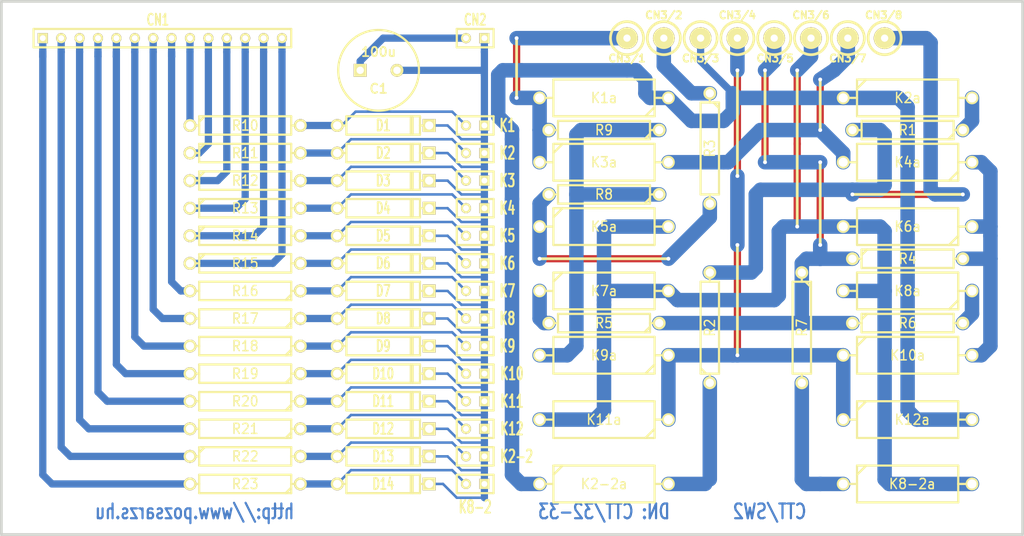
<source format=kicad_pcb>
(kicad_pcb (version 4) (host pcbnew 4.0.5+dfsg1-4+deb9u1)

  (general
    (links 86)
    (no_connects 14)
    (area 79.184499 70.294499 220.535501 144.335501)
    (thickness 1.6)
    (drawings 16)
    (tracks 350)
    (zones 0)
    (modules 76)
    (nets 32)
  )

  (page A4)
  (title_block
    (title "CTT Transistor tester - CTT/SW2 Switching unit")
    (date "8 may 2011")
    (rev 1.0)
    (company "Pozsar Zsolt")
    (comment 1 "Draw number: CTT/32-33")
  )

  (layers
    (0 F.Cu signal)
    (31 B.Cu signal)
    (32 B.Adhes user)
    (33 F.Adhes user)
    (34 B.Paste user)
    (35 F.Paste user)
    (36 B.SilkS user)
    (37 F.SilkS user)
    (38 B.Mask user)
    (39 F.Mask user)
    (40 Dwgs.User user)
    (41 Cmts.User user)
    (42 Eco1.User user)
    (43 Eco2.User user)
    (44 Edge.Cuts user)
    (45 Margin user)
    (46 B.CrtYd user)
    (47 F.CrtYd user)
    (48 B.Fab user)
    (49 F.Fab user)
  )

  (setup
    (last_trace_width 1.00076)
    (trace_clearance 0.50038)
    (zone_clearance 0.381)
    (zone_45_only no)
    (trace_min 0.2)
    (segment_width 0.381)
    (edge_width 0.381)
    (via_size 1.09982)
    (via_drill 0.5334)
    (via_min_size 0.4)
    (via_min_drill 0.3)
    (uvia_size 0.3)
    (uvia_drill 0.1)
    (uvias_allowed no)
    (uvia_min_size 0.2)
    (uvia_min_drill 0.1)
    (pcb_text_width 0.3048)
    (pcb_text_size 1.524 2.032)
    (mod_edge_width 0.381)
    (mod_text_size 1.524 1.524)
    (mod_text_width 0.3048)
    (pad_size 2.99974 2.99974)
    (pad_drill 1.00076)
    (pad_to_mask_clearance 0.2)
    (aux_axis_origin 0 0)
    (visible_elements 7FFFFFFF)
    (pcbplotparams
      (layerselection 0x010e0_80000001)
      (usegerberextensions false)
      (excludeedgelayer false)
      (linewidth 0.100000)
      (plotframeref false)
      (viasonmask false)
      (mode 1)
      (useauxorigin false)
      (hpglpennumber 1)
      (hpglpenspeed 20)
      (hpglpendiameter 15)
      (hpglpenoverlay 2)
      (psnegative false)
      (psa4output false)
      (plotreference true)
      (plotvalue false)
      (plotinvisibletext false)
      (padsonsilk false)
      (subtractmaskfromsilk false)
      (outputformat 1)
      (mirror false)
      (drillshape 0)
      (scaleselection 1)
      (outputdirectory ""))
  )

  (net 0 "")
  (net 1 +5V_1)
  (net 2 GND_1)
  (net 3 N-000038)
  (net 4 N-000036)
  (net 5 N-000011)
  (net 6 N-000012)
  (net 7 N-000013)
  (net 8 N-000014)
  (net 9 N-000039)
  (net 10 N-000015)
  (net 11 N-000037)
  (net 12 N-000018)
  (net 13 N-000017)
  (net 14 N-000016)
  (net 15 N-000019)
  (net 16 N-000035)
  (net 17 N-000033)
  (net 18 COM_1)
  (net 19 N-000028)
  (net 20 0-20V_1)
  (net 21 N-000025)
  (net 22 N-000027)
  (net 23 N-000024)
  (net 24 N-000022)
  (net 25 N-000021)
  (net 26 0-1V_1)
  (net 27 N-000031)
  (net 28 Um_1)
  (net 29 Base_1)
  (net 30 Collector_1)
  (net 31 Emitter_1)

  (net_class Default "This is the default net class."
    (clearance 0.50038)
    (trace_width 1.00076)
    (via_dia 1.09982)
    (via_drill 0.5334)
    (uvia_dia 0.3)
    (uvia_drill 0.1)
    (add_net +5V_1)
    (add_net 0-1V_1)
    (add_net 0-20V_1)
    (add_net Base_1)
    (add_net COM_1)
    (add_net Collector_1)
    (add_net Emitter_1)
    (add_net GND_1)
    (add_net N-000011)
    (add_net N-000012)
    (add_net N-000013)
    (add_net N-000014)
    (add_net N-000015)
    (add_net N-000016)
    (add_net N-000017)
    (add_net N-000018)
    (add_net N-000019)
    (add_net N-000021)
    (add_net N-000022)
    (add_net N-000024)
    (add_net N-000025)
    (add_net N-000027)
    (add_net N-000028)
    (add_net N-000031)
    (add_net N-000033)
    (add_net N-000035)
    (add_net N-000036)
    (add_net N-000037)
    (add_net N-000038)
    (add_net N-000039)
    (add_net Um_1)
  )

  (module C2V10 (layer F.Cu) (tedit 41854742) (tstamp 4D16DF3F)
    (at 131.445 80.01)
    (descr "Condensateur polarise")
    (tags CP)
    (fp_text reference C1 (at 0 2.54) (layer F.SilkS)
      (effects (font (size 1.27 1.27) (thickness 0.254)))
    )
    (fp_text value 100u (at 0 -2.54) (layer F.SilkS)
      (effects (font (size 1.27 1.27) (thickness 0.254)))
    )
    (fp_circle (center 0 0) (end 4.826 -2.794) (layer F.SilkS) (width 0.3048))
    (pad 1 thru_hole rect (at -2.54 0) (size 1.778 1.778) (drill 1.016) (layers *.Cu *.Mask F.SilkS)
      (net 1 +5V_1))
    (pad 2 thru_hole circle (at 2.54 0) (size 1.778 1.778) (drill 1.016) (layers *.Cu *.Mask F.SilkS)
      (net 2 GND_1))
    (model discret/c_vert_c2v10.wrl
      (at (xyz 0 0 0))
      (scale (xyz 1 1 1))
      (rotate (xyz 0 0 0))
    )
  )

  (module D5 (layer F.Cu) (tedit 200000) (tstamp 4D16DDE9)
    (at 132.08 137.16)
    (descr "Diode 5 pas")
    (tags "DIODE DEV")
    (fp_text reference D14 (at 0 0) (layer F.SilkS)
      (effects (font (size 1.524 1.016) (thickness 0.3048)))
    )
    (fp_text value 1N4148 (at -0.254 0) (layer F.SilkS) hide
      (effects (font (size 1.524 1.016) (thickness 0.3048)))
    )
    (fp_line (start 6.35 0) (end 5.08 0) (layer F.SilkS) (width 0.3048))
    (fp_line (start 5.08 0) (end 5.08 -1.27) (layer F.SilkS) (width 0.3048))
    (fp_line (start 5.08 -1.27) (end -5.08 -1.27) (layer F.SilkS) (width 0.3048))
    (fp_line (start -5.08 -1.27) (end -5.08 0) (layer F.SilkS) (width 0.3048))
    (fp_line (start -5.08 0) (end -6.35 0) (layer F.SilkS) (width 0.3048))
    (fp_line (start -5.08 0) (end -5.08 1.27) (layer F.SilkS) (width 0.3048))
    (fp_line (start -5.08 1.27) (end 5.08 1.27) (layer F.SilkS) (width 0.3048))
    (fp_line (start 5.08 1.27) (end 5.08 0) (layer F.SilkS) (width 0.3048))
    (fp_line (start 3.81 -1.27) (end 3.81 1.27) (layer F.SilkS) (width 0.3048))
    (fp_line (start 4.064 -1.27) (end 4.064 1.27) (layer F.SilkS) (width 0.3048))
    (pad 1 thru_hole circle (at -6.35 0) (size 1.778 1.778) (drill 1.143) (layers *.Cu *.Mask F.SilkS)
      (net 3 N-000038))
    (pad 2 thru_hole rect (at 6.35 0) (size 1.778 1.778) (drill 1.143) (layers *.Cu *.Mask F.SilkS)
      (net 1 +5V_1))
    (model discret/diode.wrl
      (at (xyz 0 0 0))
      (scale (xyz 0.5 0.5 0.5))
      (rotate (xyz 0 0 0))
    )
  )

  (module D5 (layer F.Cu) (tedit 200000) (tstamp 4D170252)
    (at 132.08 133.35)
    (descr "Diode 5 pas")
    (tags "DIODE DEV")
    (fp_text reference D13 (at 0 0) (layer F.SilkS)
      (effects (font (size 1.524 1.016) (thickness 0.3048)))
    )
    (fp_text value 1N4148 (at -0.254 0) (layer F.SilkS) hide
      (effects (font (size 1.524 1.016) (thickness 0.3048)))
    )
    (fp_line (start 6.35 0) (end 5.08 0) (layer F.SilkS) (width 0.3048))
    (fp_line (start 5.08 0) (end 5.08 -1.27) (layer F.SilkS) (width 0.3048))
    (fp_line (start 5.08 -1.27) (end -5.08 -1.27) (layer F.SilkS) (width 0.3048))
    (fp_line (start -5.08 -1.27) (end -5.08 0) (layer F.SilkS) (width 0.3048))
    (fp_line (start -5.08 0) (end -6.35 0) (layer F.SilkS) (width 0.3048))
    (fp_line (start -5.08 0) (end -5.08 1.27) (layer F.SilkS) (width 0.3048))
    (fp_line (start -5.08 1.27) (end 5.08 1.27) (layer F.SilkS) (width 0.3048))
    (fp_line (start 5.08 1.27) (end 5.08 0) (layer F.SilkS) (width 0.3048))
    (fp_line (start 3.81 -1.27) (end 3.81 1.27) (layer F.SilkS) (width 0.3048))
    (fp_line (start 4.064 -1.27) (end 4.064 1.27) (layer F.SilkS) (width 0.3048))
    (pad 1 thru_hole circle (at -6.35 0) (size 1.778 1.778) (drill 1.143) (layers *.Cu *.Mask F.SilkS)
      (net 4 N-000036))
    (pad 2 thru_hole rect (at 6.35 0) (size 1.778 1.778) (drill 1.143) (layers *.Cu *.Mask F.SilkS)
      (net 1 +5V_1))
    (model discret/diode.wrl
      (at (xyz 0 0 0))
      (scale (xyz 0.5 0.5 0.5))
      (rotate (xyz 0 0 0))
    )
  )

  (module D5 (layer F.Cu) (tedit 200000) (tstamp 4D170465)
    (at 132.08 129.54)
    (descr "Diode 5 pas")
    (tags "DIODE DEV")
    (fp_text reference D12 (at 0 0) (layer F.SilkS)
      (effects (font (size 1.524 1.016) (thickness 0.3048)))
    )
    (fp_text value 1N4148 (at -0.254 0) (layer F.SilkS) hide
      (effects (font (size 1.524 1.016) (thickness 0.3048)))
    )
    (fp_line (start 6.35 0) (end 5.08 0) (layer F.SilkS) (width 0.3048))
    (fp_line (start 5.08 0) (end 5.08 -1.27) (layer F.SilkS) (width 0.3048))
    (fp_line (start 5.08 -1.27) (end -5.08 -1.27) (layer F.SilkS) (width 0.3048))
    (fp_line (start -5.08 -1.27) (end -5.08 0) (layer F.SilkS) (width 0.3048))
    (fp_line (start -5.08 0) (end -6.35 0) (layer F.SilkS) (width 0.3048))
    (fp_line (start -5.08 0) (end -5.08 1.27) (layer F.SilkS) (width 0.3048))
    (fp_line (start -5.08 1.27) (end 5.08 1.27) (layer F.SilkS) (width 0.3048))
    (fp_line (start 5.08 1.27) (end 5.08 0) (layer F.SilkS) (width 0.3048))
    (fp_line (start 3.81 -1.27) (end 3.81 1.27) (layer F.SilkS) (width 0.3048))
    (fp_line (start 4.064 -1.27) (end 4.064 1.27) (layer F.SilkS) (width 0.3048))
    (pad 1 thru_hole circle (at -6.35 0) (size 1.778 1.778) (drill 1.143) (layers *.Cu *.Mask F.SilkS)
      (net 5 N-000011))
    (pad 2 thru_hole rect (at 6.35 0) (size 1.778 1.778) (drill 1.143) (layers *.Cu *.Mask F.SilkS)
      (net 1 +5V_1))
    (model discret/diode.wrl
      (at (xyz 0 0 0))
      (scale (xyz 0.5 0.5 0.5))
      (rotate (xyz 0 0 0))
    )
  )

  (module D5 (layer F.Cu) (tedit 200000) (tstamp 4D170462)
    (at 132.08 125.73)
    (descr "Diode 5 pas")
    (tags "DIODE DEV")
    (fp_text reference D11 (at 0 0) (layer F.SilkS)
      (effects (font (size 1.524 1.016) (thickness 0.3048)))
    )
    (fp_text value 1N4148 (at -0.254 0) (layer F.SilkS) hide
      (effects (font (size 1.524 1.016) (thickness 0.3048)))
    )
    (fp_line (start 6.35 0) (end 5.08 0) (layer F.SilkS) (width 0.3048))
    (fp_line (start 5.08 0) (end 5.08 -1.27) (layer F.SilkS) (width 0.3048))
    (fp_line (start 5.08 -1.27) (end -5.08 -1.27) (layer F.SilkS) (width 0.3048))
    (fp_line (start -5.08 -1.27) (end -5.08 0) (layer F.SilkS) (width 0.3048))
    (fp_line (start -5.08 0) (end -6.35 0) (layer F.SilkS) (width 0.3048))
    (fp_line (start -5.08 0) (end -5.08 1.27) (layer F.SilkS) (width 0.3048))
    (fp_line (start -5.08 1.27) (end 5.08 1.27) (layer F.SilkS) (width 0.3048))
    (fp_line (start 5.08 1.27) (end 5.08 0) (layer F.SilkS) (width 0.3048))
    (fp_line (start 3.81 -1.27) (end 3.81 1.27) (layer F.SilkS) (width 0.3048))
    (fp_line (start 4.064 -1.27) (end 4.064 1.27) (layer F.SilkS) (width 0.3048))
    (pad 1 thru_hole circle (at -6.35 0) (size 1.778 1.778) (drill 1.143) (layers *.Cu *.Mask F.SilkS)
      (net 6 N-000012))
    (pad 2 thru_hole rect (at 6.35 0) (size 1.778 1.778) (drill 1.143) (layers *.Cu *.Mask F.SilkS)
      (net 1 +5V_1))
    (model discret/diode.wrl
      (at (xyz 0 0 0))
      (scale (xyz 0.5 0.5 0.5))
      (rotate (xyz 0 0 0))
    )
  )

  (module D5 (layer F.Cu) (tedit 200000) (tstamp 4D17045E)
    (at 132.08 121.92)
    (descr "Diode 5 pas")
    (tags "DIODE DEV")
    (fp_text reference D10 (at 0 0) (layer F.SilkS)
      (effects (font (size 1.524 1.016) (thickness 0.3048)))
    )
    (fp_text value 1N4148 (at -0.254 0) (layer F.SilkS) hide
      (effects (font (size 1.524 1.016) (thickness 0.3048)))
    )
    (fp_line (start 6.35 0) (end 5.08 0) (layer F.SilkS) (width 0.3048))
    (fp_line (start 5.08 0) (end 5.08 -1.27) (layer F.SilkS) (width 0.3048))
    (fp_line (start 5.08 -1.27) (end -5.08 -1.27) (layer F.SilkS) (width 0.3048))
    (fp_line (start -5.08 -1.27) (end -5.08 0) (layer F.SilkS) (width 0.3048))
    (fp_line (start -5.08 0) (end -6.35 0) (layer F.SilkS) (width 0.3048))
    (fp_line (start -5.08 0) (end -5.08 1.27) (layer F.SilkS) (width 0.3048))
    (fp_line (start -5.08 1.27) (end 5.08 1.27) (layer F.SilkS) (width 0.3048))
    (fp_line (start 5.08 1.27) (end 5.08 0) (layer F.SilkS) (width 0.3048))
    (fp_line (start 3.81 -1.27) (end 3.81 1.27) (layer F.SilkS) (width 0.3048))
    (fp_line (start 4.064 -1.27) (end 4.064 1.27) (layer F.SilkS) (width 0.3048))
    (pad 1 thru_hole circle (at -6.35 0) (size 1.778 1.778) (drill 1.143) (layers *.Cu *.Mask F.SilkS)
      (net 7 N-000013))
    (pad 2 thru_hole rect (at 6.35 0) (size 1.778 1.778) (drill 1.143) (layers *.Cu *.Mask F.SilkS)
      (net 1 +5V_1))
    (model discret/diode.wrl
      (at (xyz 0 0 0))
      (scale (xyz 0.5 0.5 0.5))
      (rotate (xyz 0 0 0))
    )
  )

  (module D5 (layer F.Cu) (tedit 200000) (tstamp 4D170455)
    (at 132.08 118.11)
    (descr "Diode 5 pas")
    (tags "DIODE DEV")
    (fp_text reference D9 (at 0 0) (layer F.SilkS)
      (effects (font (size 1.524 1.016) (thickness 0.3048)))
    )
    (fp_text value 1N4148 (at -0.254 0) (layer F.SilkS) hide
      (effects (font (size 1.524 1.016) (thickness 0.3048)))
    )
    (fp_line (start 6.35 0) (end 5.08 0) (layer F.SilkS) (width 0.3048))
    (fp_line (start 5.08 0) (end 5.08 -1.27) (layer F.SilkS) (width 0.3048))
    (fp_line (start 5.08 -1.27) (end -5.08 -1.27) (layer F.SilkS) (width 0.3048))
    (fp_line (start -5.08 -1.27) (end -5.08 0) (layer F.SilkS) (width 0.3048))
    (fp_line (start -5.08 0) (end -6.35 0) (layer F.SilkS) (width 0.3048))
    (fp_line (start -5.08 0) (end -5.08 1.27) (layer F.SilkS) (width 0.3048))
    (fp_line (start -5.08 1.27) (end 5.08 1.27) (layer F.SilkS) (width 0.3048))
    (fp_line (start 5.08 1.27) (end 5.08 0) (layer F.SilkS) (width 0.3048))
    (fp_line (start 3.81 -1.27) (end 3.81 1.27) (layer F.SilkS) (width 0.3048))
    (fp_line (start 4.064 -1.27) (end 4.064 1.27) (layer F.SilkS) (width 0.3048))
    (pad 1 thru_hole circle (at -6.35 0) (size 1.778 1.778) (drill 1.143) (layers *.Cu *.Mask F.SilkS)
      (net 8 N-000014))
    (pad 2 thru_hole rect (at 6.35 0) (size 1.778 1.778) (drill 1.143) (layers *.Cu *.Mask F.SilkS)
      (net 1 +5V_1))
    (model discret/diode.wrl
      (at (xyz 0 0 0))
      (scale (xyz 0.5 0.5 0.5))
      (rotate (xyz 0 0 0))
    )
  )

  (module D5 (layer F.Cu) (tedit 200000) (tstamp 4D170451)
    (at 132.08 114.3)
    (descr "Diode 5 pas")
    (tags "DIODE DEV")
    (fp_text reference D8 (at 0 0) (layer F.SilkS)
      (effects (font (size 1.524 1.016) (thickness 0.3048)))
    )
    (fp_text value 1N4148 (at -0.254 0) (layer F.SilkS) hide
      (effects (font (size 1.524 1.016) (thickness 0.3048)))
    )
    (fp_line (start 6.35 0) (end 5.08 0) (layer F.SilkS) (width 0.3048))
    (fp_line (start 5.08 0) (end 5.08 -1.27) (layer F.SilkS) (width 0.3048))
    (fp_line (start 5.08 -1.27) (end -5.08 -1.27) (layer F.SilkS) (width 0.3048))
    (fp_line (start -5.08 -1.27) (end -5.08 0) (layer F.SilkS) (width 0.3048))
    (fp_line (start -5.08 0) (end -6.35 0) (layer F.SilkS) (width 0.3048))
    (fp_line (start -5.08 0) (end -5.08 1.27) (layer F.SilkS) (width 0.3048))
    (fp_line (start -5.08 1.27) (end 5.08 1.27) (layer F.SilkS) (width 0.3048))
    (fp_line (start 5.08 1.27) (end 5.08 0) (layer F.SilkS) (width 0.3048))
    (fp_line (start 3.81 -1.27) (end 3.81 1.27) (layer F.SilkS) (width 0.3048))
    (fp_line (start 4.064 -1.27) (end 4.064 1.27) (layer F.SilkS) (width 0.3048))
    (pad 1 thru_hole circle (at -6.35 0) (size 1.778 1.778) (drill 1.143) (layers *.Cu *.Mask F.SilkS)
      (net 9 N-000039))
    (pad 2 thru_hole rect (at 6.35 0) (size 1.778 1.778) (drill 1.143) (layers *.Cu *.Mask F.SilkS)
      (net 1 +5V_1))
    (model discret/diode.wrl
      (at (xyz 0 0 0))
      (scale (xyz 0.5 0.5 0.5))
      (rotate (xyz 0 0 0))
    )
  )

  (module D5 (layer F.Cu) (tedit 200000) (tstamp 4D17046B)
    (at 132.08 110.49)
    (descr "Diode 5 pas")
    (tags "DIODE DEV")
    (fp_text reference D7 (at 0 0) (layer F.SilkS)
      (effects (font (size 1.524 1.016) (thickness 0.3048)))
    )
    (fp_text value 1N4148 (at -0.254 0) (layer F.SilkS) hide
      (effects (font (size 1.524 1.016) (thickness 0.3048)))
    )
    (fp_line (start 6.35 0) (end 5.08 0) (layer F.SilkS) (width 0.3048))
    (fp_line (start 5.08 0) (end 5.08 -1.27) (layer F.SilkS) (width 0.3048))
    (fp_line (start 5.08 -1.27) (end -5.08 -1.27) (layer F.SilkS) (width 0.3048))
    (fp_line (start -5.08 -1.27) (end -5.08 0) (layer F.SilkS) (width 0.3048))
    (fp_line (start -5.08 0) (end -6.35 0) (layer F.SilkS) (width 0.3048))
    (fp_line (start -5.08 0) (end -5.08 1.27) (layer F.SilkS) (width 0.3048))
    (fp_line (start -5.08 1.27) (end 5.08 1.27) (layer F.SilkS) (width 0.3048))
    (fp_line (start 5.08 1.27) (end 5.08 0) (layer F.SilkS) (width 0.3048))
    (fp_line (start 3.81 -1.27) (end 3.81 1.27) (layer F.SilkS) (width 0.3048))
    (fp_line (start 4.064 -1.27) (end 4.064 1.27) (layer F.SilkS) (width 0.3048))
    (pad 1 thru_hole circle (at -6.35 0) (size 1.778 1.778) (drill 1.143) (layers *.Cu *.Mask F.SilkS)
      (net 10 N-000015))
    (pad 2 thru_hole rect (at 6.35 0) (size 1.778 1.778) (drill 1.143) (layers *.Cu *.Mask F.SilkS)
      (net 1 +5V_1))
    (model discret/diode.wrl
      (at (xyz 0 0 0))
      (scale (xyz 0.5 0.5 0.5))
      (rotate (xyz 0 0 0))
    )
  )

  (module D5 (layer F.Cu) (tedit 200000) (tstamp 4D170246)
    (at 132.08 106.68)
    (descr "Diode 5 pas")
    (tags "DIODE DEV")
    (fp_text reference D6 (at 0 0) (layer F.SilkS)
      (effects (font (size 1.524 1.016) (thickness 0.3048)))
    )
    (fp_text value 1N4148 (at -0.254 0) (layer F.SilkS) hide
      (effects (font (size 1.524 1.016) (thickness 0.3048)))
    )
    (fp_line (start 6.35 0) (end 5.08 0) (layer F.SilkS) (width 0.3048))
    (fp_line (start 5.08 0) (end 5.08 -1.27) (layer F.SilkS) (width 0.3048))
    (fp_line (start 5.08 -1.27) (end -5.08 -1.27) (layer F.SilkS) (width 0.3048))
    (fp_line (start -5.08 -1.27) (end -5.08 0) (layer F.SilkS) (width 0.3048))
    (fp_line (start -5.08 0) (end -6.35 0) (layer F.SilkS) (width 0.3048))
    (fp_line (start -5.08 0) (end -5.08 1.27) (layer F.SilkS) (width 0.3048))
    (fp_line (start -5.08 1.27) (end 5.08 1.27) (layer F.SilkS) (width 0.3048))
    (fp_line (start 5.08 1.27) (end 5.08 0) (layer F.SilkS) (width 0.3048))
    (fp_line (start 3.81 -1.27) (end 3.81 1.27) (layer F.SilkS) (width 0.3048))
    (fp_line (start 4.064 -1.27) (end 4.064 1.27) (layer F.SilkS) (width 0.3048))
    (pad 1 thru_hole circle (at -6.35 0) (size 1.778 1.778) (drill 1.143) (layers *.Cu *.Mask F.SilkS)
      (net 11 N-000037))
    (pad 2 thru_hole rect (at 6.35 0) (size 1.778 1.778) (drill 1.143) (layers *.Cu *.Mask F.SilkS)
      (net 1 +5V_1))
    (model discret/diode.wrl
      (at (xyz 0 0 0))
      (scale (xyz 0.5 0.5 0.5))
      (rotate (xyz 0 0 0))
    )
  )

  (module D5 (layer F.Cu) (tedit 200000) (tstamp 4D170242)
    (at 132.08 102.87)
    (descr "Diode 5 pas")
    (tags "DIODE DEV")
    (fp_text reference D5 (at 0 0) (layer F.SilkS)
      (effects (font (size 1.524 1.016) (thickness 0.3048)))
    )
    (fp_text value 1N4148 (at -0.254 0) (layer F.SilkS) hide
      (effects (font (size 1.524 1.016) (thickness 0.3048)))
    )
    (fp_line (start 6.35 0) (end 5.08 0) (layer F.SilkS) (width 0.3048))
    (fp_line (start 5.08 0) (end 5.08 -1.27) (layer F.SilkS) (width 0.3048))
    (fp_line (start 5.08 -1.27) (end -5.08 -1.27) (layer F.SilkS) (width 0.3048))
    (fp_line (start -5.08 -1.27) (end -5.08 0) (layer F.SilkS) (width 0.3048))
    (fp_line (start -5.08 0) (end -6.35 0) (layer F.SilkS) (width 0.3048))
    (fp_line (start -5.08 0) (end -5.08 1.27) (layer F.SilkS) (width 0.3048))
    (fp_line (start -5.08 1.27) (end 5.08 1.27) (layer F.SilkS) (width 0.3048))
    (fp_line (start 5.08 1.27) (end 5.08 0) (layer F.SilkS) (width 0.3048))
    (fp_line (start 3.81 -1.27) (end 3.81 1.27) (layer F.SilkS) (width 0.3048))
    (fp_line (start 4.064 -1.27) (end 4.064 1.27) (layer F.SilkS) (width 0.3048))
    (pad 1 thru_hole circle (at -6.35 0) (size 1.778 1.778) (drill 1.143) (layers *.Cu *.Mask F.SilkS)
      (net 12 N-000018))
    (pad 2 thru_hole rect (at 6.35 0) (size 1.778 1.778) (drill 1.143) (layers *.Cu *.Mask F.SilkS)
      (net 1 +5V_1))
    (model discret/diode.wrl
      (at (xyz 0 0 0))
      (scale (xyz 0.5 0.5 0.5))
      (rotate (xyz 0 0 0))
    )
  )

  (module D5 (layer F.Cu) (tedit 200000) (tstamp 4D17023F)
    (at 132.08 99.06)
    (descr "Diode 5 pas")
    (tags "DIODE DEV")
    (fp_text reference D4 (at 0 0) (layer F.SilkS)
      (effects (font (size 1.524 1.016) (thickness 0.3048)))
    )
    (fp_text value 1N4148 (at -0.254 0) (layer F.SilkS) hide
      (effects (font (size 1.524 1.016) (thickness 0.3048)))
    )
    (fp_line (start 6.35 0) (end 5.08 0) (layer F.SilkS) (width 0.3048))
    (fp_line (start 5.08 0) (end 5.08 -1.27) (layer F.SilkS) (width 0.3048))
    (fp_line (start 5.08 -1.27) (end -5.08 -1.27) (layer F.SilkS) (width 0.3048))
    (fp_line (start -5.08 -1.27) (end -5.08 0) (layer F.SilkS) (width 0.3048))
    (fp_line (start -5.08 0) (end -6.35 0) (layer F.SilkS) (width 0.3048))
    (fp_line (start -5.08 0) (end -5.08 1.27) (layer F.SilkS) (width 0.3048))
    (fp_line (start -5.08 1.27) (end 5.08 1.27) (layer F.SilkS) (width 0.3048))
    (fp_line (start 5.08 1.27) (end 5.08 0) (layer F.SilkS) (width 0.3048))
    (fp_line (start 3.81 -1.27) (end 3.81 1.27) (layer F.SilkS) (width 0.3048))
    (fp_line (start 4.064 -1.27) (end 4.064 1.27) (layer F.SilkS) (width 0.3048))
    (pad 1 thru_hole circle (at -6.35 0) (size 1.778 1.778) (drill 1.143) (layers *.Cu *.Mask F.SilkS)
      (net 13 N-000017))
    (pad 2 thru_hole rect (at 6.35 0) (size 1.778 1.778) (drill 1.143) (layers *.Cu *.Mask F.SilkS)
      (net 1 +5V_1))
    (model discret/diode.wrl
      (at (xyz 0 0 0))
      (scale (xyz 0.5 0.5 0.5))
      (rotate (xyz 0 0 0))
    )
  )

  (module D5 (layer F.Cu) (tedit 200000) (tstamp 4D17023A)
    (at 132.08 95.25)
    (descr "Diode 5 pas")
    (tags "DIODE DEV")
    (fp_text reference D3 (at 0 0) (layer F.SilkS)
      (effects (font (size 1.524 1.016) (thickness 0.3048)))
    )
    (fp_text value 1N4148 (at -0.254 0) (layer F.SilkS) hide
      (effects (font (size 1.524 1.016) (thickness 0.3048)))
    )
    (fp_line (start 6.35 0) (end 5.08 0) (layer F.SilkS) (width 0.3048))
    (fp_line (start 5.08 0) (end 5.08 -1.27) (layer F.SilkS) (width 0.3048))
    (fp_line (start 5.08 -1.27) (end -5.08 -1.27) (layer F.SilkS) (width 0.3048))
    (fp_line (start -5.08 -1.27) (end -5.08 0) (layer F.SilkS) (width 0.3048))
    (fp_line (start -5.08 0) (end -6.35 0) (layer F.SilkS) (width 0.3048))
    (fp_line (start -5.08 0) (end -5.08 1.27) (layer F.SilkS) (width 0.3048))
    (fp_line (start -5.08 1.27) (end 5.08 1.27) (layer F.SilkS) (width 0.3048))
    (fp_line (start 5.08 1.27) (end 5.08 0) (layer F.SilkS) (width 0.3048))
    (fp_line (start 3.81 -1.27) (end 3.81 1.27) (layer F.SilkS) (width 0.3048))
    (fp_line (start 4.064 -1.27) (end 4.064 1.27) (layer F.SilkS) (width 0.3048))
    (pad 1 thru_hole circle (at -6.35 0) (size 1.778 1.778) (drill 1.143) (layers *.Cu *.Mask F.SilkS)
      (net 14 N-000016))
    (pad 2 thru_hole rect (at 6.35 0) (size 1.778 1.778) (drill 1.143) (layers *.Cu *.Mask F.SilkS)
      (net 1 +5V_1))
    (model discret/diode.wrl
      (at (xyz 0 0 0))
      (scale (xyz 0.5 0.5 0.5))
      (rotate (xyz 0 0 0))
    )
  )

  (module D5 (layer F.Cu) (tedit 200000) (tstamp 4D170237)
    (at 132.08 91.44)
    (descr "Diode 5 pas")
    (tags "DIODE DEV")
    (fp_text reference D2 (at 0 0) (layer F.SilkS)
      (effects (font (size 1.524 1.016) (thickness 0.3048)))
    )
    (fp_text value 1N4148 (at -0.254 0) (layer F.SilkS) hide
      (effects (font (size 1.524 1.016) (thickness 0.3048)))
    )
    (fp_line (start 6.35 0) (end 5.08 0) (layer F.SilkS) (width 0.3048))
    (fp_line (start 5.08 0) (end 5.08 -1.27) (layer F.SilkS) (width 0.3048))
    (fp_line (start 5.08 -1.27) (end -5.08 -1.27) (layer F.SilkS) (width 0.3048))
    (fp_line (start -5.08 -1.27) (end -5.08 0) (layer F.SilkS) (width 0.3048))
    (fp_line (start -5.08 0) (end -6.35 0) (layer F.SilkS) (width 0.3048))
    (fp_line (start -5.08 0) (end -5.08 1.27) (layer F.SilkS) (width 0.3048))
    (fp_line (start -5.08 1.27) (end 5.08 1.27) (layer F.SilkS) (width 0.3048))
    (fp_line (start 5.08 1.27) (end 5.08 0) (layer F.SilkS) (width 0.3048))
    (fp_line (start 3.81 -1.27) (end 3.81 1.27) (layer F.SilkS) (width 0.3048))
    (fp_line (start 4.064 -1.27) (end 4.064 1.27) (layer F.SilkS) (width 0.3048))
    (pad 1 thru_hole circle (at -6.35 0) (size 1.778 1.778) (drill 1.143) (layers *.Cu *.Mask F.SilkS)
      (net 15 N-000019))
    (pad 2 thru_hole rect (at 6.35 0) (size 1.778 1.778) (drill 1.143) (layers *.Cu *.Mask F.SilkS)
      (net 1 +5V_1))
    (model discret/diode.wrl
      (at (xyz 0 0 0))
      (scale (xyz 0.5 0.5 0.5))
      (rotate (xyz 0 0 0))
    )
  )

  (module D5 (layer F.Cu) (tedit 200000) (tstamp 4D170233)
    (at 132.08 87.63)
    (descr "Diode 5 pas")
    (tags "DIODE DEV")
    (fp_text reference D1 (at 0 0) (layer F.SilkS)
      (effects (font (size 1.524 1.016) (thickness 0.3048)))
    )
    (fp_text value 1N4148 (at -0.254 0) (layer F.SilkS) hide
      (effects (font (size 1.524 1.016) (thickness 0.3048)))
    )
    (fp_line (start 6.35 0) (end 5.08 0) (layer F.SilkS) (width 0.3048))
    (fp_line (start 5.08 0) (end 5.08 -1.27) (layer F.SilkS) (width 0.3048))
    (fp_line (start 5.08 -1.27) (end -5.08 -1.27) (layer F.SilkS) (width 0.3048))
    (fp_line (start -5.08 -1.27) (end -5.08 0) (layer F.SilkS) (width 0.3048))
    (fp_line (start -5.08 0) (end -6.35 0) (layer F.SilkS) (width 0.3048))
    (fp_line (start -5.08 0) (end -5.08 1.27) (layer F.SilkS) (width 0.3048))
    (fp_line (start -5.08 1.27) (end 5.08 1.27) (layer F.SilkS) (width 0.3048))
    (fp_line (start 5.08 1.27) (end 5.08 0) (layer F.SilkS) (width 0.3048))
    (fp_line (start 3.81 -1.27) (end 3.81 1.27) (layer F.SilkS) (width 0.3048))
    (fp_line (start 4.064 -1.27) (end 4.064 1.27) (layer F.SilkS) (width 0.3048))
    (pad 1 thru_hole circle (at -6.35 0) (size 1.778 1.778) (drill 1.143) (layers *.Cu *.Mask F.SilkS)
      (net 16 N-000035))
    (pad 2 thru_hole rect (at 6.35 0) (size 1.778 1.778) (drill 1.143) (layers *.Cu *.Mask F.SilkS)
      (net 1 +5V_1))
    (model discret/diode.wrl
      (at (xyz 0 0 0))
      (scale (xyz 0.5 0.5 0.5))
      (rotate (xyz 0 0 0))
    )
  )

  (module R6 (layer F.Cu) (tedit 200000) (tstamp 4D2A0ECE)
    (at 113.03 137.16 180)
    (descr "Resistance 6 pas")
    (tags R)
    (autoplace_cost180 10)
    (fp_text reference R23 (at 0 0 180) (layer F.SilkS)
      (effects (font (size 1.397 1.27) (thickness 0.2032)))
    )
    (fp_text value R (at 0.254 0 180) (layer F.SilkS) hide
      (effects (font (size 1.397 1.27) (thickness 0.2032)))
    )
    (fp_line (start -6.35 -1.27) (end 6.35 -1.27) (layer F.SilkS) (width 0.3048))
    (fp_line (start 6.35 -1.27) (end 6.35 1.27) (layer F.SilkS) (width 0.3048))
    (fp_line (start 6.35 1.27) (end -6.35 1.27) (layer F.SilkS) (width 0.3048))
    (fp_line (start 6.35 0) (end 7.62 0) (layer F.SilkS) (width 0.3048))
    (fp_line (start -7.62 0) (end -6.35 0) (layer F.SilkS) (width 0.3048))
    (fp_line (start -6.35 -0.508) (end -5.588 -1.27) (layer F.SilkS) (width 0.3048))
    (fp_line (start -6.35 -1.27) (end -6.35 1.27) (layer F.SilkS) (width 0.3048))
    (pad 1 thru_hole circle (at -7.62 0 180) (size 1.778 1.778) (drill 1.143) (layers *.Cu *.Mask F.SilkS)
      (net 3 N-000038))
    (pad 2 thru_hole circle (at 7.62 0 180) (size 1.778 1.778) (drill 1.143) (layers *.Cu *.Mask F.SilkS))
    (model discret/resistor.wrl
      (at (xyz 0 0 0))
      (scale (xyz 0.6 0.6 0.6))
      (rotate (xyz 0 0 0))
    )
  )

  (module R6 (layer F.Cu) (tedit 200000) (tstamp 4D8E0172)
    (at 113.03 133.35)
    (descr "Resistance 6 pas")
    (tags R)
    (autoplace_cost180 10)
    (fp_text reference R22 (at 0 0) (layer F.SilkS)
      (effects (font (size 1.397 1.27) (thickness 0.2032)))
    )
    (fp_text value R (at 0.254 0) (layer F.SilkS) hide
      (effects (font (size 1.397 1.27) (thickness 0.2032)))
    )
    (fp_line (start -6.35 -1.27) (end 6.35 -1.27) (layer F.SilkS) (width 0.3048))
    (fp_line (start 6.35 -1.27) (end 6.35 1.27) (layer F.SilkS) (width 0.3048))
    (fp_line (start 6.35 1.27) (end -6.35 1.27) (layer F.SilkS) (width 0.3048))
    (fp_line (start 6.35 0) (end 7.62 0) (layer F.SilkS) (width 0.3048))
    (fp_line (start -7.62 0) (end -6.35 0) (layer F.SilkS) (width 0.3048))
    (fp_line (start -6.35 -0.508) (end -5.588 -1.27) (layer F.SilkS) (width 0.3048))
    (fp_line (start -6.35 -1.27) (end -6.35 1.27) (layer F.SilkS) (width 0.3048))
    (pad 1 thru_hole circle (at -7.62 0) (size 1.778 1.778) (drill 1.143) (layers *.Cu *.Mask F.SilkS))
    (pad 2 thru_hole circle (at 7.62 0) (size 1.778 1.778) (drill 1.143) (layers *.Cu *.Mask F.SilkS)
      (net 4 N-000036))
    (model discret/resistor.wrl
      (at (xyz 0 0 0))
      (scale (xyz 0.6 0.6 0.6))
      (rotate (xyz 0 0 0))
    )
  )

  (module R6 (layer F.Cu) (tedit 200000) (tstamp 4D2A0EBA)
    (at 113.03 129.54 180)
    (descr "Resistance 6 pas")
    (tags R)
    (autoplace_cost180 10)
    (fp_text reference R21 (at 0 0 180) (layer F.SilkS)
      (effects (font (size 1.397 1.27) (thickness 0.2032)))
    )
    (fp_text value R (at 0.254 0 180) (layer F.SilkS) hide
      (effects (font (size 1.397 1.27) (thickness 0.2032)))
    )
    (fp_line (start -6.35 -1.27) (end 6.35 -1.27) (layer F.SilkS) (width 0.3048))
    (fp_line (start 6.35 -1.27) (end 6.35 1.27) (layer F.SilkS) (width 0.3048))
    (fp_line (start 6.35 1.27) (end -6.35 1.27) (layer F.SilkS) (width 0.3048))
    (fp_line (start 6.35 0) (end 7.62 0) (layer F.SilkS) (width 0.3048))
    (fp_line (start -7.62 0) (end -6.35 0) (layer F.SilkS) (width 0.3048))
    (fp_line (start -6.35 -0.508) (end -5.588 -1.27) (layer F.SilkS) (width 0.3048))
    (fp_line (start -6.35 -1.27) (end -6.35 1.27) (layer F.SilkS) (width 0.3048))
    (pad 1 thru_hole circle (at -7.62 0 180) (size 1.778 1.778) (drill 1.143) (layers *.Cu *.Mask F.SilkS)
      (net 5 N-000011))
    (pad 2 thru_hole circle (at 7.62 0 180) (size 1.778 1.778) (drill 1.143) (layers *.Cu *.Mask F.SilkS))
    (model discret/resistor.wrl
      (at (xyz 0 0 0))
      (scale (xyz 0.6 0.6 0.6))
      (rotate (xyz 0 0 0))
    )
  )

  (module R6 (layer F.Cu) (tedit 200000) (tstamp 4D2A0EB9)
    (at 113.03 125.73 180)
    (descr "Resistance 6 pas")
    (tags R)
    (autoplace_cost180 10)
    (fp_text reference R20 (at 0 0 180) (layer F.SilkS)
      (effects (font (size 1.397 1.27) (thickness 0.2032)))
    )
    (fp_text value R (at 0.254 0 180) (layer F.SilkS) hide
      (effects (font (size 1.397 1.27) (thickness 0.2032)))
    )
    (fp_line (start -6.35 -1.27) (end 6.35 -1.27) (layer F.SilkS) (width 0.3048))
    (fp_line (start 6.35 -1.27) (end 6.35 1.27) (layer F.SilkS) (width 0.3048))
    (fp_line (start 6.35 1.27) (end -6.35 1.27) (layer F.SilkS) (width 0.3048))
    (fp_line (start 6.35 0) (end 7.62 0) (layer F.SilkS) (width 0.3048))
    (fp_line (start -7.62 0) (end -6.35 0) (layer F.SilkS) (width 0.3048))
    (fp_line (start -6.35 -0.508) (end -5.588 -1.27) (layer F.SilkS) (width 0.3048))
    (fp_line (start -6.35 -1.27) (end -6.35 1.27) (layer F.SilkS) (width 0.3048))
    (pad 1 thru_hole circle (at -7.62 0 180) (size 1.778 1.778) (drill 1.143) (layers *.Cu *.Mask F.SilkS)
      (net 6 N-000012))
    (pad 2 thru_hole circle (at 7.62 0 180) (size 1.778 1.778) (drill 1.143) (layers *.Cu *.Mask F.SilkS))
    (model discret/resistor.wrl
      (at (xyz 0 0 0))
      (scale (xyz 0.6 0.6 0.6))
      (rotate (xyz 0 0 0))
    )
  )

  (module R6 (layer F.Cu) (tedit 200000) (tstamp 4D2A0EB8)
    (at 113.03 121.92 180)
    (descr "Resistance 6 pas")
    (tags R)
    (autoplace_cost180 10)
    (fp_text reference R19 (at 0 0 180) (layer F.SilkS)
      (effects (font (size 1.397 1.27) (thickness 0.2032)))
    )
    (fp_text value R (at 0.254 0 180) (layer F.SilkS) hide
      (effects (font (size 1.397 1.27) (thickness 0.2032)))
    )
    (fp_line (start -6.35 -1.27) (end 6.35 -1.27) (layer F.SilkS) (width 0.3048))
    (fp_line (start 6.35 -1.27) (end 6.35 1.27) (layer F.SilkS) (width 0.3048))
    (fp_line (start 6.35 1.27) (end -6.35 1.27) (layer F.SilkS) (width 0.3048))
    (fp_line (start 6.35 0) (end 7.62 0) (layer F.SilkS) (width 0.3048))
    (fp_line (start -7.62 0) (end -6.35 0) (layer F.SilkS) (width 0.3048))
    (fp_line (start -6.35 -0.508) (end -5.588 -1.27) (layer F.SilkS) (width 0.3048))
    (fp_line (start -6.35 -1.27) (end -6.35 1.27) (layer F.SilkS) (width 0.3048))
    (pad 1 thru_hole circle (at -7.62 0 180) (size 1.778 1.778) (drill 1.143) (layers *.Cu *.Mask F.SilkS)
      (net 7 N-000013))
    (pad 2 thru_hole circle (at 7.62 0 180) (size 1.778 1.778) (drill 1.143) (layers *.Cu *.Mask F.SilkS))
    (model discret/resistor.wrl
      (at (xyz 0 0 0))
      (scale (xyz 0.6 0.6 0.6))
      (rotate (xyz 0 0 0))
    )
  )

  (module R6 (layer F.Cu) (tedit 200000) (tstamp 4D2A0EB7)
    (at 113.03 118.11 180)
    (descr "Resistance 6 pas")
    (tags R)
    (autoplace_cost180 10)
    (fp_text reference R18 (at 0 0 180) (layer F.SilkS)
      (effects (font (size 1.397 1.27) (thickness 0.2032)))
    )
    (fp_text value R (at 0.254 0 180) (layer F.SilkS) hide
      (effects (font (size 1.397 1.27) (thickness 0.2032)))
    )
    (fp_line (start -6.35 -1.27) (end 6.35 -1.27) (layer F.SilkS) (width 0.3048))
    (fp_line (start 6.35 -1.27) (end 6.35 1.27) (layer F.SilkS) (width 0.3048))
    (fp_line (start 6.35 1.27) (end -6.35 1.27) (layer F.SilkS) (width 0.3048))
    (fp_line (start 6.35 0) (end 7.62 0) (layer F.SilkS) (width 0.3048))
    (fp_line (start -7.62 0) (end -6.35 0) (layer F.SilkS) (width 0.3048))
    (fp_line (start -6.35 -0.508) (end -5.588 -1.27) (layer F.SilkS) (width 0.3048))
    (fp_line (start -6.35 -1.27) (end -6.35 1.27) (layer F.SilkS) (width 0.3048))
    (pad 1 thru_hole circle (at -7.62 0 180) (size 1.778 1.778) (drill 1.143) (layers *.Cu *.Mask F.SilkS)
      (net 8 N-000014))
    (pad 2 thru_hole circle (at 7.62 0 180) (size 1.778 1.778) (drill 1.143) (layers *.Cu *.Mask F.SilkS))
    (model discret/resistor.wrl
      (at (xyz 0 0 0))
      (scale (xyz 0.6 0.6 0.6))
      (rotate (xyz 0 0 0))
    )
  )

  (module R6 (layer F.Cu) (tedit 200000) (tstamp 4D2A0EB6)
    (at 113.03 114.3 180)
    (descr "Resistance 6 pas")
    (tags R)
    (autoplace_cost180 10)
    (fp_text reference R17 (at 0 0 180) (layer F.SilkS)
      (effects (font (size 1.397 1.27) (thickness 0.2032)))
    )
    (fp_text value R (at 0.254 0 180) (layer F.SilkS) hide
      (effects (font (size 1.397 1.27) (thickness 0.2032)))
    )
    (fp_line (start -6.35 -1.27) (end 6.35 -1.27) (layer F.SilkS) (width 0.3048))
    (fp_line (start 6.35 -1.27) (end 6.35 1.27) (layer F.SilkS) (width 0.3048))
    (fp_line (start 6.35 1.27) (end -6.35 1.27) (layer F.SilkS) (width 0.3048))
    (fp_line (start 6.35 0) (end 7.62 0) (layer F.SilkS) (width 0.3048))
    (fp_line (start -7.62 0) (end -6.35 0) (layer F.SilkS) (width 0.3048))
    (fp_line (start -6.35 -0.508) (end -5.588 -1.27) (layer F.SilkS) (width 0.3048))
    (fp_line (start -6.35 -1.27) (end -6.35 1.27) (layer F.SilkS) (width 0.3048))
    (pad 1 thru_hole circle (at -7.62 0 180) (size 1.778 1.778) (drill 1.143) (layers *.Cu *.Mask F.SilkS)
      (net 9 N-000039))
    (pad 2 thru_hole circle (at 7.62 0 180) (size 1.778 1.778) (drill 1.143) (layers *.Cu *.Mask F.SilkS))
    (model discret/resistor.wrl
      (at (xyz 0 0 0))
      (scale (xyz 0.6 0.6 0.6))
      (rotate (xyz 0 0 0))
    )
  )

  (module R6 (layer F.Cu) (tedit 200000) (tstamp 4D2A0ECD)
    (at 113.03 110.49 180)
    (descr "Resistance 6 pas")
    (tags R)
    (autoplace_cost180 10)
    (fp_text reference R16 (at 0 0 180) (layer F.SilkS)
      (effects (font (size 1.397 1.27) (thickness 0.2032)))
    )
    (fp_text value R (at 0.254 0 180) (layer F.SilkS) hide
      (effects (font (size 1.397 1.27) (thickness 0.2032)))
    )
    (fp_line (start -6.35 -1.27) (end 6.35 -1.27) (layer F.SilkS) (width 0.3048))
    (fp_line (start 6.35 -1.27) (end 6.35 1.27) (layer F.SilkS) (width 0.3048))
    (fp_line (start 6.35 1.27) (end -6.35 1.27) (layer F.SilkS) (width 0.3048))
    (fp_line (start 6.35 0) (end 7.62 0) (layer F.SilkS) (width 0.3048))
    (fp_line (start -7.62 0) (end -6.35 0) (layer F.SilkS) (width 0.3048))
    (fp_line (start -6.35 -0.508) (end -5.588 -1.27) (layer F.SilkS) (width 0.3048))
    (fp_line (start -6.35 -1.27) (end -6.35 1.27) (layer F.SilkS) (width 0.3048))
    (pad 1 thru_hole circle (at -7.62 0 180) (size 1.778 1.778) (drill 1.143) (layers *.Cu *.Mask F.SilkS)
      (net 10 N-000015))
    (pad 2 thru_hole circle (at 7.62 0 180) (size 1.778 1.778) (drill 1.143) (layers *.Cu *.Mask F.SilkS))
    (model discret/resistor.wrl
      (at (xyz 0 0 0))
      (scale (xyz 0.6 0.6 0.6))
      (rotate (xyz 0 0 0))
    )
  )

  (module R6 (layer F.Cu) (tedit 200000) (tstamp 4D2A0ECA)
    (at 113.03 106.68)
    (descr "Resistance 6 pas")
    (tags R)
    (autoplace_cost180 10)
    (fp_text reference R15 (at 0 0) (layer F.SilkS)
      (effects (font (size 1.397 1.27) (thickness 0.2032)))
    )
    (fp_text value R (at 0.254 0) (layer F.SilkS) hide
      (effects (font (size 1.397 1.27) (thickness 0.2032)))
    )
    (fp_line (start -6.35 -1.27) (end 6.35 -1.27) (layer F.SilkS) (width 0.3048))
    (fp_line (start 6.35 -1.27) (end 6.35 1.27) (layer F.SilkS) (width 0.3048))
    (fp_line (start 6.35 1.27) (end -6.35 1.27) (layer F.SilkS) (width 0.3048))
    (fp_line (start 6.35 0) (end 7.62 0) (layer F.SilkS) (width 0.3048))
    (fp_line (start -7.62 0) (end -6.35 0) (layer F.SilkS) (width 0.3048))
    (fp_line (start -6.35 -0.508) (end -5.588 -1.27) (layer F.SilkS) (width 0.3048))
    (fp_line (start -6.35 -1.27) (end -6.35 1.27) (layer F.SilkS) (width 0.3048))
    (pad 1 thru_hole circle (at -7.62 0) (size 1.778 1.778) (drill 1.143) (layers *.Cu *.Mask F.SilkS))
    (pad 2 thru_hole circle (at 7.62 0) (size 1.778 1.778) (drill 1.143) (layers *.Cu *.Mask F.SilkS)
      (net 11 N-000037))
    (model discret/resistor.wrl
      (at (xyz 0 0 0))
      (scale (xyz 0.6 0.6 0.6))
      (rotate (xyz 0 0 0))
    )
  )

  (module R6 (layer F.Cu) (tedit 200000) (tstamp 4D2A0EA4)
    (at 113.03 102.87)
    (descr "Resistance 6 pas")
    (tags R)
    (autoplace_cost180 10)
    (fp_text reference R14 (at 0 0) (layer F.SilkS)
      (effects (font (size 1.397 1.27) (thickness 0.2032)))
    )
    (fp_text value R (at 0.254 0) (layer F.SilkS) hide
      (effects (font (size 1.397 1.27) (thickness 0.2032)))
    )
    (fp_line (start -6.35 -1.27) (end 6.35 -1.27) (layer F.SilkS) (width 0.3048))
    (fp_line (start 6.35 -1.27) (end 6.35 1.27) (layer F.SilkS) (width 0.3048))
    (fp_line (start 6.35 1.27) (end -6.35 1.27) (layer F.SilkS) (width 0.3048))
    (fp_line (start 6.35 0) (end 7.62 0) (layer F.SilkS) (width 0.3048))
    (fp_line (start -7.62 0) (end -6.35 0) (layer F.SilkS) (width 0.3048))
    (fp_line (start -6.35 -0.508) (end -5.588 -1.27) (layer F.SilkS) (width 0.3048))
    (fp_line (start -6.35 -1.27) (end -6.35 1.27) (layer F.SilkS) (width 0.3048))
    (pad 1 thru_hole circle (at -7.62 0) (size 1.778 1.778) (drill 1.143) (layers *.Cu *.Mask F.SilkS))
    (pad 2 thru_hole circle (at 7.62 0) (size 1.778 1.778) (drill 1.143) (layers *.Cu *.Mask F.SilkS)
      (net 12 N-000018))
    (model discret/resistor.wrl
      (at (xyz 0 0 0))
      (scale (xyz 0.6 0.6 0.6))
      (rotate (xyz 0 0 0))
    )
  )

  (module R6 (layer F.Cu) (tedit 200000) (tstamp 4D2A0E9F)
    (at 113.03 99.06)
    (descr "Resistance 6 pas")
    (tags R)
    (autoplace_cost180 10)
    (fp_text reference R13 (at 0 0) (layer F.SilkS)
      (effects (font (size 1.397 1.27) (thickness 0.2032)))
    )
    (fp_text value R (at 0.254 0) (layer F.SilkS) hide
      (effects (font (size 1.397 1.27) (thickness 0.2032)))
    )
    (fp_line (start -6.35 -1.27) (end 6.35 -1.27) (layer F.SilkS) (width 0.3048))
    (fp_line (start 6.35 -1.27) (end 6.35 1.27) (layer F.SilkS) (width 0.3048))
    (fp_line (start 6.35 1.27) (end -6.35 1.27) (layer F.SilkS) (width 0.3048))
    (fp_line (start 6.35 0) (end 7.62 0) (layer F.SilkS) (width 0.3048))
    (fp_line (start -7.62 0) (end -6.35 0) (layer F.SilkS) (width 0.3048))
    (fp_line (start -6.35 -0.508) (end -5.588 -1.27) (layer F.SilkS) (width 0.3048))
    (fp_line (start -6.35 -1.27) (end -6.35 1.27) (layer F.SilkS) (width 0.3048))
    (pad 1 thru_hole circle (at -7.62 0) (size 1.778 1.778) (drill 1.143) (layers *.Cu *.Mask F.SilkS))
    (pad 2 thru_hole circle (at 7.62 0) (size 1.778 1.778) (drill 1.143) (layers *.Cu *.Mask F.SilkS)
      (net 13 N-000017))
    (model discret/resistor.wrl
      (at (xyz 0 0 0))
      (scale (xyz 0.6 0.6 0.6))
      (rotate (xyz 0 0 0))
    )
  )

  (module R6 (layer F.Cu) (tedit 200000) (tstamp 4D2A0E9E)
    (at 113.03 95.25)
    (descr "Resistance 6 pas")
    (tags R)
    (autoplace_cost180 10)
    (fp_text reference R12 (at 0 0) (layer F.SilkS)
      (effects (font (size 1.397 1.27) (thickness 0.2032)))
    )
    (fp_text value R (at 0.254 0) (layer F.SilkS) hide
      (effects (font (size 1.397 1.27) (thickness 0.2032)))
    )
    (fp_line (start -6.35 -1.27) (end 6.35 -1.27) (layer F.SilkS) (width 0.3048))
    (fp_line (start 6.35 -1.27) (end 6.35 1.27) (layer F.SilkS) (width 0.3048))
    (fp_line (start 6.35 1.27) (end -6.35 1.27) (layer F.SilkS) (width 0.3048))
    (fp_line (start 6.35 0) (end 7.62 0) (layer F.SilkS) (width 0.3048))
    (fp_line (start -7.62 0) (end -6.35 0) (layer F.SilkS) (width 0.3048))
    (fp_line (start -6.35 -0.508) (end -5.588 -1.27) (layer F.SilkS) (width 0.3048))
    (fp_line (start -6.35 -1.27) (end -6.35 1.27) (layer F.SilkS) (width 0.3048))
    (pad 1 thru_hole circle (at -7.62 0) (size 1.778 1.778) (drill 1.143) (layers *.Cu *.Mask F.SilkS))
    (pad 2 thru_hole circle (at 7.62 0) (size 1.778 1.778) (drill 1.143) (layers *.Cu *.Mask F.SilkS)
      (net 14 N-000016))
    (model discret/resistor.wrl
      (at (xyz 0 0 0))
      (scale (xyz 0.6 0.6 0.6))
      (rotate (xyz 0 0 0))
    )
  )

  (module R6 (layer F.Cu) (tedit 200000) (tstamp 4D2A0E95)
    (at 113.03 91.44)
    (descr "Resistance 6 pas")
    (tags R)
    (autoplace_cost180 10)
    (fp_text reference R11 (at 0 0) (layer F.SilkS)
      (effects (font (size 1.397 1.27) (thickness 0.2032)))
    )
    (fp_text value R (at 0.254 0) (layer F.SilkS) hide
      (effects (font (size 1.397 1.27) (thickness 0.2032)))
    )
    (fp_line (start -6.35 -1.27) (end 6.35 -1.27) (layer F.SilkS) (width 0.3048))
    (fp_line (start 6.35 -1.27) (end 6.35 1.27) (layer F.SilkS) (width 0.3048))
    (fp_line (start 6.35 1.27) (end -6.35 1.27) (layer F.SilkS) (width 0.3048))
    (fp_line (start 6.35 0) (end 7.62 0) (layer F.SilkS) (width 0.3048))
    (fp_line (start -7.62 0) (end -6.35 0) (layer F.SilkS) (width 0.3048))
    (fp_line (start -6.35 -0.508) (end -5.588 -1.27) (layer F.SilkS) (width 0.3048))
    (fp_line (start -6.35 -1.27) (end -6.35 1.27) (layer F.SilkS) (width 0.3048))
    (pad 1 thru_hole circle (at -7.62 0) (size 1.778 1.778) (drill 1.143) (layers *.Cu *.Mask F.SilkS))
    (pad 2 thru_hole circle (at 7.62 0) (size 1.778 1.778) (drill 1.143) (layers *.Cu *.Mask F.SilkS)
      (net 15 N-000019))
    (model discret/resistor.wrl
      (at (xyz 0 0 0))
      (scale (xyz 0.6 0.6 0.6))
      (rotate (xyz 0 0 0))
    )
  )

  (module R6 (layer F.Cu) (tedit 200000) (tstamp 4D2A0E7D)
    (at 113.03 87.63)
    (descr "Resistance 6 pas")
    (tags R)
    (autoplace_cost180 10)
    (fp_text reference R10 (at 0 0) (layer F.SilkS)
      (effects (font (size 1.397 1.27) (thickness 0.2032)))
    )
    (fp_text value R (at 0.254 0) (layer F.SilkS) hide
      (effects (font (size 1.397 1.27) (thickness 0.2032)))
    )
    (fp_line (start -6.35 -1.27) (end 6.35 -1.27) (layer F.SilkS) (width 0.3048))
    (fp_line (start 6.35 -1.27) (end 6.35 1.27) (layer F.SilkS) (width 0.3048))
    (fp_line (start 6.35 1.27) (end -6.35 1.27) (layer F.SilkS) (width 0.3048))
    (fp_line (start 6.35 0) (end 7.62 0) (layer F.SilkS) (width 0.3048))
    (fp_line (start -7.62 0) (end -6.35 0) (layer F.SilkS) (width 0.3048))
    (fp_line (start -6.35 -0.508) (end -5.588 -1.27) (layer F.SilkS) (width 0.3048))
    (fp_line (start -6.35 -1.27) (end -6.35 1.27) (layer F.SilkS) (width 0.3048))
    (pad 1 thru_hole circle (at -7.62 0) (size 1.778 1.778) (drill 1.143) (layers *.Cu *.Mask F.SilkS))
    (pad 2 thru_hole circle (at 7.62 0) (size 1.778 1.778) (drill 1.143) (layers *.Cu *.Mask F.SilkS)
      (net 16 N-000035))
    (model discret/resistor.wrl
      (at (xyz 0 0 0))
      (scale (xyz 0.6 0.6 0.6))
      (rotate (xyz 0 0 0))
    )
  )

  (module R6 (layer F.Cu) (tedit 200000) (tstamp 4D16FCBC)
    (at 162.56 88.265 180)
    (descr "Resistance 6 pas")
    (tags R)
    (autoplace_cost180 10)
    (fp_text reference R9 (at 0 0 180) (layer F.SilkS)
      (effects (font (size 1.397 1.27) (thickness 0.2032)))
    )
    (fp_text value 100k_1% (at 0.254 0 180) (layer F.SilkS) hide
      (effects (font (size 1.397 1.27) (thickness 0.2032)))
    )
    (fp_line (start -6.35 -1.27) (end 6.35 -1.27) (layer F.SilkS) (width 0.3048))
    (fp_line (start 6.35 -1.27) (end 6.35 1.27) (layer F.SilkS) (width 0.3048))
    (fp_line (start 6.35 1.27) (end -6.35 1.27) (layer F.SilkS) (width 0.3048))
    (fp_line (start 6.35 0) (end 7.62 0) (layer F.SilkS) (width 0.3048))
    (fp_line (start -7.62 0) (end -6.35 0) (layer F.SilkS) (width 0.3048))
    (fp_line (start -6.35 -0.508) (end -5.588 -1.27) (layer F.SilkS) (width 0.3048))
    (fp_line (start -6.35 -1.27) (end -6.35 1.27) (layer F.SilkS) (width 0.3048))
    (pad 1 thru_hole circle (at -7.62 0 180) (size 1.778 1.778) (drill 1.143) (layers *.Cu *.Mask F.SilkS)
      (net 17 N-000033))
    (pad 2 thru_hole circle (at 7.62 0 180) (size 1.778 1.778) (drill 1.143) (layers *.Cu *.Mask F.SilkS)
      (net 18 COM_1))
    (model discret/resistor.wrl
      (at (xyz 0 0 0))
      (scale (xyz 0.6 0.6 0.6))
      (rotate (xyz 0 0 0))
    )
  )

  (module R6 (layer F.Cu) (tedit 200000) (tstamp 4D16F1B4)
    (at 162.56 97.155 180)
    (descr "Resistance 6 pas")
    (tags R)
    (autoplace_cost180 10)
    (fp_text reference R8 (at 0 0 180) (layer F.SilkS)
      (effects (font (size 1.397 1.27) (thickness 0.2032)))
    )
    (fp_text value 900K_1% (at 0.254 0 180) (layer F.SilkS) hide
      (effects (font (size 1.397 1.27) (thickness 0.2032)))
    )
    (fp_line (start -6.35 -1.27) (end 6.35 -1.27) (layer F.SilkS) (width 0.3048))
    (fp_line (start 6.35 -1.27) (end 6.35 1.27) (layer F.SilkS) (width 0.3048))
    (fp_line (start 6.35 1.27) (end -6.35 1.27) (layer F.SilkS) (width 0.3048))
    (fp_line (start 6.35 0) (end 7.62 0) (layer F.SilkS) (width 0.3048))
    (fp_line (start -7.62 0) (end -6.35 0) (layer F.SilkS) (width 0.3048))
    (fp_line (start -6.35 -0.508) (end -5.588 -1.27) (layer F.SilkS) (width 0.3048))
    (fp_line (start -6.35 -1.27) (end -6.35 1.27) (layer F.SilkS) (width 0.3048))
    (pad 1 thru_hole circle (at -7.62 0 180) (size 1.778 1.778) (drill 1.143) (layers *.Cu *.Mask F.SilkS)
      (net 17 N-000033))
    (pad 2 thru_hole circle (at 7.62 0 180) (size 1.778 1.778) (drill 1.143) (layers *.Cu *.Mask F.SilkS)
      (net 19 N-000028))
    (model discret/resistor.wrl
      (at (xyz 0 0 0))
      (scale (xyz 0.6 0.6 0.6))
      (rotate (xyz 0 0 0))
    )
  )

  (module R6 (layer F.Cu) (tedit 200000) (tstamp 4D16F1D1)
    (at 189.865 115.57 270)
    (descr "Resistance 6 pas")
    (tags R)
    (autoplace_cost180 10)
    (fp_text reference R7 (at 0 0 270) (layer F.SilkS)
      (effects (font (size 1.397 1.27) (thickness 0.2032)))
    )
    (fp_text value ?_1%_1W (at 0.254 0 270) (layer F.SilkS) hide
      (effects (font (size 1.397 1.27) (thickness 0.2032)))
    )
    (fp_line (start -6.35 -1.27) (end 6.35 -1.27) (layer F.SilkS) (width 0.3048))
    (fp_line (start 6.35 -1.27) (end 6.35 1.27) (layer F.SilkS) (width 0.3048))
    (fp_line (start 6.35 1.27) (end -6.35 1.27) (layer F.SilkS) (width 0.3048))
    (fp_line (start 6.35 0) (end 7.62 0) (layer F.SilkS) (width 0.3048))
    (fp_line (start -7.62 0) (end -6.35 0) (layer F.SilkS) (width 0.3048))
    (fp_line (start -6.35 -0.508) (end -5.588 -1.27) (layer F.SilkS) (width 0.3048))
    (fp_line (start -6.35 -1.27) (end -6.35 1.27) (layer F.SilkS) (width 0.3048))
    (pad 1 thru_hole circle (at -7.62 0 270) (size 1.778 1.778) (drill 1.143) (layers *.Cu *.Mask F.SilkS)
      (net 20 0-20V_1))
    (pad 2 thru_hole circle (at 7.62 0 270) (size 1.778 1.778) (drill 1.143) (layers *.Cu *.Mask F.SilkS)
      (net 21 N-000025))
    (model discret/resistor.wrl
      (at (xyz 0 0 0))
      (scale (xyz 0.6 0.6 0.6))
      (rotate (xyz 0 0 0))
    )
  )

  (module R6 (layer F.Cu) (tedit 200000) (tstamp 4D16F1D0)
    (at 204.47 114.935)
    (descr "Resistance 6 pas")
    (tags R)
    (autoplace_cost180 10)
    (fp_text reference R6 (at 0 0) (layer F.SilkS)
      (effects (font (size 1.397 1.27) (thickness 0.2032)))
    )
    (fp_text value 1_1%_1W (at 0.254 0) (layer F.SilkS) hide
      (effects (font (size 1.397 1.27) (thickness 0.2032)))
    )
    (fp_line (start -6.35 -1.27) (end 6.35 -1.27) (layer F.SilkS) (width 0.3048))
    (fp_line (start 6.35 -1.27) (end 6.35 1.27) (layer F.SilkS) (width 0.3048))
    (fp_line (start 6.35 1.27) (end -6.35 1.27) (layer F.SilkS) (width 0.3048))
    (fp_line (start 6.35 0) (end 7.62 0) (layer F.SilkS) (width 0.3048))
    (fp_line (start -7.62 0) (end -6.35 0) (layer F.SilkS) (width 0.3048))
    (fp_line (start -6.35 -0.508) (end -5.588 -1.27) (layer F.SilkS) (width 0.3048))
    (fp_line (start -6.35 -1.27) (end -6.35 1.27) (layer F.SilkS) (width 0.3048))
    (pad 1 thru_hole circle (at -7.62 0) (size 1.778 1.778) (drill 1.143) (layers *.Cu *.Mask F.SilkS)
      (net 20 0-20V_1))
    (pad 2 thru_hole circle (at 7.62 0) (size 1.778 1.778) (drill 1.143) (layers *.Cu *.Mask F.SilkS)
      (net 22 N-000027))
    (model discret/resistor.wrl
      (at (xyz 0 0 0))
      (scale (xyz 0.6 0.6 0.6))
      (rotate (xyz 0 0 0))
    )
  )

  (module R6 (layer F.Cu) (tedit 200000) (tstamp 4D16F1C9)
    (at 162.56 114.935 180)
    (descr "Resistance 6 pas")
    (tags R)
    (autoplace_cost180 10)
    (fp_text reference R5 (at 0 0 180) (layer F.SilkS)
      (effects (font (size 1.397 1.27) (thickness 0.2032)))
    )
    (fp_text value 100_1% (at 0.254 0 180) (layer F.SilkS) hide
      (effects (font (size 1.397 1.27) (thickness 0.2032)))
    )
    (fp_line (start -6.35 -1.27) (end 6.35 -1.27) (layer F.SilkS) (width 0.3048))
    (fp_line (start 6.35 -1.27) (end 6.35 1.27) (layer F.SilkS) (width 0.3048))
    (fp_line (start 6.35 1.27) (end -6.35 1.27) (layer F.SilkS) (width 0.3048))
    (fp_line (start 6.35 0) (end 7.62 0) (layer F.SilkS) (width 0.3048))
    (fp_line (start -7.62 0) (end -6.35 0) (layer F.SilkS) (width 0.3048))
    (fp_line (start -6.35 -0.508) (end -5.588 -1.27) (layer F.SilkS) (width 0.3048))
    (fp_line (start -6.35 -1.27) (end -6.35 1.27) (layer F.SilkS) (width 0.3048))
    (pad 1 thru_hole circle (at -7.62 0 180) (size 1.778 1.778) (drill 1.143) (layers *.Cu *.Mask F.SilkS)
      (net 20 0-20V_1))
    (pad 2 thru_hole circle (at 7.62 0 180) (size 1.778 1.778) (drill 1.143) (layers *.Cu *.Mask F.SilkS)
      (net 23 N-000024))
    (model discret/resistor.wrl
      (at (xyz 0 0 0))
      (scale (xyz 0.6 0.6 0.6))
      (rotate (xyz 0 0 0))
    )
  )

  (module R6 (layer F.Cu) (tedit 200000) (tstamp 4D16F1C8)
    (at 204.47 106.045)
    (descr "Resistance 6 pas")
    (tags R)
    (autoplace_cost180 10)
    (fp_text reference R4 (at 0 0) (layer F.SilkS)
      (effects (font (size 1.397 1.27) (thickness 0.2032)))
    )
    (fp_text value 1k_1% (at 0.254 0) (layer F.SilkS) hide
      (effects (font (size 1.397 1.27) (thickness 0.2032)))
    )
    (fp_line (start -6.35 -1.27) (end 6.35 -1.27) (layer F.SilkS) (width 0.3048))
    (fp_line (start 6.35 -1.27) (end 6.35 1.27) (layer F.SilkS) (width 0.3048))
    (fp_line (start 6.35 1.27) (end -6.35 1.27) (layer F.SilkS) (width 0.3048))
    (fp_line (start 6.35 0) (end 7.62 0) (layer F.SilkS) (width 0.3048))
    (fp_line (start -7.62 0) (end -6.35 0) (layer F.SilkS) (width 0.3048))
    (fp_line (start -6.35 -0.508) (end -5.588 -1.27) (layer F.SilkS) (width 0.3048))
    (fp_line (start -6.35 -1.27) (end -6.35 1.27) (layer F.SilkS) (width 0.3048))
    (pad 1 thru_hole circle (at -7.62 0) (size 1.778 1.778) (drill 1.143) (layers *.Cu *.Mask F.SilkS)
      (net 20 0-20V_1))
    (pad 2 thru_hole circle (at 7.62 0) (size 1.778 1.778) (drill 1.143) (layers *.Cu *.Mask F.SilkS)
      (net 24 N-000022))
    (model discret/resistor.wrl
      (at (xyz 0 0 0))
      (scale (xyz 0.6 0.6 0.6))
      (rotate (xyz 0 0 0))
    )
  )

  (module R6 (layer F.Cu) (tedit 200000) (tstamp 4D16F1BF)
    (at 177.165 90.805 270)
    (descr "Resistance 6 pas")
    (tags R)
    (autoplace_cost180 10)
    (fp_text reference R3 (at 0 0 270) (layer F.SilkS)
      (effects (font (size 1.397 1.27) (thickness 0.2032)))
    )
    (fp_text value 33K (at 0.254 0 270) (layer F.SilkS) hide
      (effects (font (size 1.397 1.27) (thickness 0.2032)))
    )
    (fp_line (start -6.35 -1.27) (end 6.35 -1.27) (layer F.SilkS) (width 0.3048))
    (fp_line (start 6.35 -1.27) (end 6.35 1.27) (layer F.SilkS) (width 0.3048))
    (fp_line (start 6.35 1.27) (end -6.35 1.27) (layer F.SilkS) (width 0.3048))
    (fp_line (start 6.35 0) (end 7.62 0) (layer F.SilkS) (width 0.3048))
    (fp_line (start -7.62 0) (end -6.35 0) (layer F.SilkS) (width 0.3048))
    (fp_line (start -6.35 -0.508) (end -5.588 -1.27) (layer F.SilkS) (width 0.3048))
    (fp_line (start -6.35 -1.27) (end -6.35 1.27) (layer F.SilkS) (width 0.3048))
    (pad 1 thru_hole circle (at -7.62 0 270) (size 1.778 1.778) (drill 1.143) (layers *.Cu *.Mask F.SilkS))
    (pad 2 thru_hole circle (at 7.62 0 270) (size 1.778 1.778) (drill 1.143) (layers *.Cu *.Mask F.SilkS)
      (net 19 N-000028))
    (model discret/resistor.wrl
      (at (xyz 0 0 0))
      (scale (xyz 0.6 0.6 0.6))
      (rotate (xyz 0 0 0))
    )
  )

  (module R6 (layer F.Cu) (tedit 200000) (tstamp 4D16FAAA)
    (at 177.165 115.57 90)
    (descr "Resistance 6 pas")
    (tags R)
    (autoplace_cost180 10)
    (fp_text reference R2 (at 0 0 90) (layer F.SilkS)
      (effects (font (size 1.397 1.27) (thickness 0.2032)))
    )
    (fp_text value R (at 0.254 0 90) (layer F.SilkS) hide
      (effects (font (size 1.397 1.27) (thickness 0.2032)))
    )
    (fp_line (start -6.35 -1.27) (end 6.35 -1.27) (layer F.SilkS) (width 0.3048))
    (fp_line (start 6.35 -1.27) (end 6.35 1.27) (layer F.SilkS) (width 0.3048))
    (fp_line (start 6.35 1.27) (end -6.35 1.27) (layer F.SilkS) (width 0.3048))
    (fp_line (start 6.35 0) (end 7.62 0) (layer F.SilkS) (width 0.3048))
    (fp_line (start -7.62 0) (end -6.35 0) (layer F.SilkS) (width 0.3048))
    (fp_line (start -6.35 -0.508) (end -5.588 -1.27) (layer F.SilkS) (width 0.3048))
    (fp_line (start -6.35 -1.27) (end -6.35 1.27) (layer F.SilkS) (width 0.3048))
    (pad 1 thru_hole circle (at -7.62 0 90) (size 1.778 1.778) (drill 1.143) (layers *.Cu *.Mask F.SilkS)
      (net 25 N-000021))
    (pad 2 thru_hole circle (at 7.62 0 90) (size 1.778 1.778) (drill 1.143) (layers *.Cu *.Mask F.SilkS)
      (net 26 0-1V_1))
    (model discret/resistor.wrl
      (at (xyz 0 0 0))
      (scale (xyz 0.6 0.6 0.6))
      (rotate (xyz 0 0 0))
    )
  )

  (module R6 (layer F.Cu) (tedit 200000) (tstamp 4D16FAC6)
    (at 204.47 88.265 180)
    (descr "Resistance 6 pas")
    (tags R)
    (autoplace_cost180 10)
    (fp_text reference R1 (at 0 0 180) (layer F.SilkS)
      (effects (font (size 1.397 1.27) (thickness 0.2032)))
    )
    (fp_text value 100_1% (at 0.254 0 180) (layer F.SilkS) hide
      (effects (font (size 1.397 1.27) (thickness 0.2032)))
    )
    (fp_line (start -6.35 -1.27) (end 6.35 -1.27) (layer F.SilkS) (width 0.3048))
    (fp_line (start 6.35 -1.27) (end 6.35 1.27) (layer F.SilkS) (width 0.3048))
    (fp_line (start 6.35 1.27) (end -6.35 1.27) (layer F.SilkS) (width 0.3048))
    (fp_line (start 6.35 0) (end 7.62 0) (layer F.SilkS) (width 0.3048))
    (fp_line (start -7.62 0) (end -6.35 0) (layer F.SilkS) (width 0.3048))
    (fp_line (start -6.35 -0.508) (end -5.588 -1.27) (layer F.SilkS) (width 0.3048))
    (fp_line (start -6.35 -1.27) (end -6.35 1.27) (layer F.SilkS) (width 0.3048))
    (pad 1 thru_hole circle (at -7.62 0 180) (size 1.778 1.778) (drill 1.143) (layers *.Cu *.Mask F.SilkS)
      (net 27 N-000031))
    (pad 2 thru_hole circle (at 7.62 0 180) (size 1.778 1.778) (drill 1.143) (layers *.Cu *.Mask F.SilkS)
      (net 26 0-1V_1))
    (model discret/resistor.wrl
      (at (xyz 0 0 0))
      (scale (xyz 0.6 0.6 0.6))
      (rotate (xyz 0 0 0))
    )
  )

  (module R7 (layer F.Cu) (tedit 4DC6B886) (tstamp 4D170907)
    (at 204.47 128.27)
    (descr "Resitance 7 pas")
    (tags R)
    (autoplace_cost180 10)
    (fp_text reference K12a (at 0.635 0) (layer F.SilkS)
      (effects (font (size 1.397 1.27) (thickness 0.2032)))
    )
    (fp_text value SPST (at -2.286 -1.27) (layer F.SilkS) hide
      (effects (font (size 1.397 1.27) (thickness 0.2032)))
    )
    (fp_line (start -8.89 0) (end -8.89 0) (layer F.SilkS) (width 0.3048))
    (fp_line (start -8.89 0) (end -8.89 0) (layer F.SilkS) (width 0.3048))
    (fp_line (start 6.985 0) (end 8.89 0) (layer F.SilkS) (width 0.3048))
    (fp_line (start 8.89 0) (end 8.89 0) (layer F.SilkS) (width 0.3048))
    (fp_line (start 6.985 2.54) (end -6.985 2.54) (layer F.SilkS) (width 0.3048))
    (fp_line (start -6.985 -2.54) (end 6.985 -2.54) (layer F.SilkS) (width 0.3048))
    (fp_line (start -6.985 -1.27) (end -5.715 -2.54) (layer F.SilkS) (width 0.3048))
    (fp_line (start 6.985 -2.54) (end 6.985 2.54) (layer F.SilkS) (width 0.3048))
    (fp_line (start -6.985 -2.54) (end -6.985 2.54) (layer F.SilkS) (width 0.3048))
    (fp_line (start -8.89 0) (end -6.985 0) (layer F.SilkS) (width 0.3048))
    (pad 1 thru_hole circle (at -8.89 0) (size 1.778 1.778) (drill 1.27) (layers *.Cu *.Mask F.SilkS)
      (net 28 Um_1))
    (pad 2 thru_hole circle (at 8.89 0) (size 1.778 1.778) (drill 1.27) (layers *.Cu *.Mask F.SilkS)
      (net 29 Base_1))
    (model discret/resistor.wrl
      (at (xyz 0 0 0))
      (scale (xyz 0.7 0.7 0.7))
      (rotate (xyz 0 0 0))
    )
  )

  (module R7 (layer F.Cu) (tedit 4DC6B7EC) (tstamp 4D170905)
    (at 162.56 128.27 180)
    (descr "Resitance 7 pas")
    (tags R)
    (autoplace_cost180 10)
    (fp_text reference K11a (at 0 0 180) (layer F.SilkS)
      (effects (font (size 1.397 1.27) (thickness 0.2032)))
    )
    (fp_text value SPST (at -2.286 -1.27 180) (layer F.SilkS) hide
      (effects (font (size 1.397 1.27) (thickness 0.2032)))
    )
    (fp_line (start -8.89 0) (end -8.89 0) (layer F.SilkS) (width 0.3048))
    (fp_line (start -8.89 0) (end -8.89 0) (layer F.SilkS) (width 0.3048))
    (fp_line (start 6.985 0) (end 8.89 0) (layer F.SilkS) (width 0.3048))
    (fp_line (start 8.89 0) (end 8.89 0) (layer F.SilkS) (width 0.3048))
    (fp_line (start 6.985 2.54) (end -6.985 2.54) (layer F.SilkS) (width 0.3048))
    (fp_line (start -6.985 -2.54) (end 6.985 -2.54) (layer F.SilkS) (width 0.3048))
    (fp_line (start -6.985 -1.27) (end -5.715 -2.54) (layer F.SilkS) (width 0.3048))
    (fp_line (start 6.985 -2.54) (end 6.985 2.54) (layer F.SilkS) (width 0.3048))
    (fp_line (start -6.985 -2.54) (end -6.985 2.54) (layer F.SilkS) (width 0.3048))
    (fp_line (start -8.89 0) (end -6.985 0) (layer F.SilkS) (width 0.3048))
    (pad 1 thru_hole circle (at -8.89 0 180) (size 1.778 1.778) (drill 1.27) (layers *.Cu *.Mask F.SilkS)
      (net 28 Um_1))
    (pad 2 thru_hole circle (at 8.89 0 180) (size 1.778 1.778) (drill 1.27) (layers *.Cu *.Mask F.SilkS)
      (net 30 Collector_1))
    (model discret/resistor.wrl
      (at (xyz 0 0 0))
      (scale (xyz 0.7 0.7 0.7))
      (rotate (xyz 0 0 0))
    )
  )

  (module R7 (layer F.Cu) (tedit 4DC6B88D) (tstamp 4D170901)
    (at 204.47 119.38)
    (descr "Resitance 7 pas")
    (tags R)
    (autoplace_cost180 10)
    (fp_text reference K10a (at 0 0) (layer F.SilkS)
      (effects (font (size 1.397 1.27) (thickness 0.2032)))
    )
    (fp_text value SPST (at -2.286 -1.27) (layer F.SilkS) hide
      (effects (font (size 1.397 1.27) (thickness 0.2032)))
    )
    (fp_line (start -8.89 0) (end -8.89 0) (layer F.SilkS) (width 0.3048))
    (fp_line (start -8.89 0) (end -8.89 0) (layer F.SilkS) (width 0.3048))
    (fp_line (start 6.985 0) (end 8.89 0) (layer F.SilkS) (width 0.3048))
    (fp_line (start 8.89 0) (end 8.89 0) (layer F.SilkS) (width 0.3048))
    (fp_line (start 6.985 2.54) (end -6.985 2.54) (layer F.SilkS) (width 0.3048))
    (fp_line (start -6.985 -2.54) (end 6.985 -2.54) (layer F.SilkS) (width 0.3048))
    (fp_line (start -6.985 -1.27) (end -5.715 -2.54) (layer F.SilkS) (width 0.3048))
    (fp_line (start 6.985 -2.54) (end 6.985 2.54) (layer F.SilkS) (width 0.3048))
    (fp_line (start -6.985 -2.54) (end -6.985 2.54) (layer F.SilkS) (width 0.3048))
    (fp_line (start -8.89 0) (end -6.985 0) (layer F.SilkS) (width 0.3048))
    (pad 1 thru_hole circle (at -8.89 0) (size 1.778 1.778) (drill 1.27) (layers *.Cu *.Mask F.SilkS)
      (net 28 Um_1))
    (pad 2 thru_hole circle (at 8.89 0) (size 1.778 1.778) (drill 1.27) (layers *.Cu *.Mask F.SilkS)
      (net 24 N-000022))
    (model discret/resistor.wrl
      (at (xyz 0 0 0))
      (scale (xyz 0.7 0.7 0.7))
      (rotate (xyz 0 0 0))
    )
  )

  (module R7 (layer F.Cu) (tedit 4DC6B7D5) (tstamp 4D1708FB)
    (at 162.56 119.38 180)
    (descr "Resitance 7 pas")
    (tags R)
    (autoplace_cost180 10)
    (fp_text reference K9a (at 0 0 180) (layer F.SilkS)
      (effects (font (size 1.397 1.27) (thickness 0.2032)))
    )
    (fp_text value SPST (at -2.286 -1.27 180) (layer F.SilkS) hide
      (effects (font (size 1.397 1.27) (thickness 0.2032)))
    )
    (fp_line (start -8.89 0) (end -8.89 0) (layer F.SilkS) (width 0.3048))
    (fp_line (start -8.89 0) (end -8.89 0) (layer F.SilkS) (width 0.3048))
    (fp_line (start 6.985 0) (end 8.89 0) (layer F.SilkS) (width 0.3048))
    (fp_line (start 8.89 0) (end 8.89 0) (layer F.SilkS) (width 0.3048))
    (fp_line (start 6.985 2.54) (end -6.985 2.54) (layer F.SilkS) (width 0.3048))
    (fp_line (start -6.985 -2.54) (end 6.985 -2.54) (layer F.SilkS) (width 0.3048))
    (fp_line (start -6.985 -1.27) (end -5.715 -2.54) (layer F.SilkS) (width 0.3048))
    (fp_line (start 6.985 -2.54) (end 6.985 2.54) (layer F.SilkS) (width 0.3048))
    (fp_line (start -6.985 -2.54) (end -6.985 2.54) (layer F.SilkS) (width 0.3048))
    (fp_line (start -8.89 0) (end -6.985 0) (layer F.SilkS) (width 0.3048))
    (pad 1 thru_hole circle (at -8.89 0 180) (size 1.778 1.778) (drill 1.27) (layers *.Cu *.Mask F.SilkS)
      (net 28 Um_1))
    (pad 2 thru_hole circle (at 8.89 0 180) (size 1.778 1.778) (drill 1.27) (layers *.Cu *.Mask F.SilkS)
      (net 17 N-000033))
    (model discret/resistor.wrl
      (at (xyz 0 0 0))
      (scale (xyz 0.7 0.7 0.7))
      (rotate (xyz 0 0 0))
    )
  )

  (module R7 (layer F.Cu) (tedit 4DC6B87C) (tstamp 4D1709DC)
    (at 204.47 137.16)
    (descr "Resitance 7 pas")
    (tags R)
    (autoplace_cost180 10)
    (fp_text reference K8-2a (at 0.635 0) (layer F.SilkS)
      (effects (font (size 1.397 1.27) (thickness 0.2032)))
    )
    (fp_text value SPST (at -2.286 -1.27) (layer F.SilkS) hide
      (effects (font (size 1.397 1.27) (thickness 0.2032)))
    )
    (fp_line (start -8.89 0) (end -8.89 0) (layer F.SilkS) (width 0.3048))
    (fp_line (start -8.89 0) (end -8.89 0) (layer F.SilkS) (width 0.3048))
    (fp_line (start 6.985 0) (end 8.89 0) (layer F.SilkS) (width 0.3048))
    (fp_line (start 8.89 0) (end 8.89 0) (layer F.SilkS) (width 0.3048))
    (fp_line (start 6.985 2.54) (end -6.985 2.54) (layer F.SilkS) (width 0.3048))
    (fp_line (start -6.985 -2.54) (end 6.985 -2.54) (layer F.SilkS) (width 0.3048))
    (fp_line (start -6.985 -1.27) (end -5.715 -2.54) (layer F.SilkS) (width 0.3048))
    (fp_line (start 6.985 -2.54) (end 6.985 2.54) (layer F.SilkS) (width 0.3048))
    (fp_line (start -6.985 -2.54) (end -6.985 2.54) (layer F.SilkS) (width 0.3048))
    (fp_line (start -8.89 0) (end -6.985 0) (layer F.SilkS) (width 0.3048))
    (pad 1 thru_hole circle (at -8.89 0) (size 1.778 1.778) (drill 1.27) (layers *.Cu *.Mask F.SilkS)
      (net 21 N-000025))
    (pad 2 thru_hole circle (at 8.89 0) (size 1.778 1.778) (drill 1.27) (layers *.Cu *.Mask F.SilkS)
      (net 30 Collector_1))
    (model discret/resistor.wrl
      (at (xyz 0 0 0))
      (scale (xyz 0.7 0.7 0.7))
      (rotate (xyz 0 0 0))
    )
  )

  (module R7 (layer F.Cu) (tedit 4DC6B895) (tstamp 4D1709DF)
    (at 204.47 110.49 180)
    (descr "Resitance 7 pas")
    (tags R)
    (autoplace_cost180 10)
    (fp_text reference K8a (at 0 0 180) (layer F.SilkS)
      (effects (font (size 1.397 1.27) (thickness 0.2032)))
    )
    (fp_text value SPST (at -2.286 -1.27 180) (layer F.SilkS) hide
      (effects (font (size 1.397 1.27) (thickness 0.2032)))
    )
    (fp_line (start -8.89 0) (end -8.89 0) (layer F.SilkS) (width 0.3048))
    (fp_line (start -8.89 0) (end -8.89 0) (layer F.SilkS) (width 0.3048))
    (fp_line (start 6.985 0) (end 8.89 0) (layer F.SilkS) (width 0.3048))
    (fp_line (start 8.89 0) (end 8.89 0) (layer F.SilkS) (width 0.3048))
    (fp_line (start 6.985 2.54) (end -6.985 2.54) (layer F.SilkS) (width 0.3048))
    (fp_line (start -6.985 -2.54) (end 6.985 -2.54) (layer F.SilkS) (width 0.3048))
    (fp_line (start -6.985 -1.27) (end -5.715 -2.54) (layer F.SilkS) (width 0.3048))
    (fp_line (start 6.985 -2.54) (end 6.985 2.54) (layer F.SilkS) (width 0.3048))
    (fp_line (start -6.985 -2.54) (end -6.985 2.54) (layer F.SilkS) (width 0.3048))
    (fp_line (start -8.89 0) (end -6.985 0) (layer F.SilkS) (width 0.3048))
    (pad 1 thru_hole circle (at -8.89 0 180) (size 1.778 1.778) (drill 1.27) (layers *.Cu *.Mask F.SilkS)
      (net 22 N-000027))
    (pad 2 thru_hole circle (at 8.89 0 180) (size 1.778 1.778) (drill 1.27) (layers *.Cu *.Mask F.SilkS)
      (net 30 Collector_1))
    (model discret/resistor.wrl
      (at (xyz 0 0 0))
      (scale (xyz 0.7 0.7 0.7))
      (rotate (xyz 0 0 0))
    )
  )

  (module R7 (layer F.Cu) (tedit 4DC6B7C8) (tstamp 4D1709E3)
    (at 162.56 110.49)
    (descr "Resitance 7 pas")
    (tags R)
    (autoplace_cost180 10)
    (fp_text reference K7a (at 0 0) (layer F.SilkS)
      (effects (font (size 1.397 1.27) (thickness 0.2032)))
    )
    (fp_text value SPST (at -2.286 -1.27) (layer F.SilkS) hide
      (effects (font (size 1.397 1.27) (thickness 0.2032)))
    )
    (fp_line (start -8.89 0) (end -8.89 0) (layer F.SilkS) (width 0.3048))
    (fp_line (start -8.89 0) (end -8.89 0) (layer F.SilkS) (width 0.3048))
    (fp_line (start 6.985 0) (end 8.89 0) (layer F.SilkS) (width 0.3048))
    (fp_line (start 8.89 0) (end 8.89 0) (layer F.SilkS) (width 0.3048))
    (fp_line (start 6.985 2.54) (end -6.985 2.54) (layer F.SilkS) (width 0.3048))
    (fp_line (start -6.985 -2.54) (end 6.985 -2.54) (layer F.SilkS) (width 0.3048))
    (fp_line (start -6.985 -1.27) (end -5.715 -2.54) (layer F.SilkS) (width 0.3048))
    (fp_line (start 6.985 -2.54) (end 6.985 2.54) (layer F.SilkS) (width 0.3048))
    (fp_line (start -6.985 -2.54) (end -6.985 2.54) (layer F.SilkS) (width 0.3048))
    (fp_line (start -8.89 0) (end -6.985 0) (layer F.SilkS) (width 0.3048))
    (pad 1 thru_hole circle (at -8.89 0) (size 1.778 1.778) (drill 1.27) (layers *.Cu *.Mask F.SilkS)
      (net 23 N-000024))
    (pad 2 thru_hole circle (at 8.89 0) (size 1.778 1.778) (drill 1.27) (layers *.Cu *.Mask F.SilkS)
      (net 30 Collector_1))
    (model discret/resistor.wrl
      (at (xyz 0 0 0))
      (scale (xyz 0.7 0.7 0.7))
      (rotate (xyz 0 0 0))
    )
  )

  (module R7 (layer F.Cu) (tedit 4DC6B8A1) (tstamp 4D1709E6)
    (at 204.47 101.6 180)
    (descr "Resitance 7 pas")
    (tags R)
    (autoplace_cost180 10)
    (fp_text reference K6a (at 0 0 180) (layer F.SilkS)
      (effects (font (size 1.397 1.27) (thickness 0.2032)))
    )
    (fp_text value SPST (at -2.286 -1.27 180) (layer F.SilkS) hide
      (effects (font (size 1.397 1.27) (thickness 0.2032)))
    )
    (fp_line (start -8.89 0) (end -8.89 0) (layer F.SilkS) (width 0.3048))
    (fp_line (start -8.89 0) (end -8.89 0) (layer F.SilkS) (width 0.3048))
    (fp_line (start 6.985 0) (end 8.89 0) (layer F.SilkS) (width 0.3048))
    (fp_line (start 8.89 0) (end 8.89 0) (layer F.SilkS) (width 0.3048))
    (fp_line (start 6.985 2.54) (end -6.985 2.54) (layer F.SilkS) (width 0.3048))
    (fp_line (start -6.985 -2.54) (end 6.985 -2.54) (layer F.SilkS) (width 0.3048))
    (fp_line (start -6.985 -1.27) (end -5.715 -2.54) (layer F.SilkS) (width 0.3048))
    (fp_line (start 6.985 -2.54) (end 6.985 2.54) (layer F.SilkS) (width 0.3048))
    (fp_line (start -6.985 -2.54) (end -6.985 2.54) (layer F.SilkS) (width 0.3048))
    (fp_line (start -8.89 0) (end -6.985 0) (layer F.SilkS) (width 0.3048))
    (pad 1 thru_hole circle (at -8.89 0 180) (size 1.778 1.778) (drill 1.27) (layers *.Cu *.Mask F.SilkS)
      (net 24 N-000022))
    (pad 2 thru_hole circle (at 8.89 0 180) (size 1.778 1.778) (drill 1.27) (layers *.Cu *.Mask F.SilkS)
      (net 30 Collector_1))
    (model discret/resistor.wrl
      (at (xyz 0 0 0))
      (scale (xyz 0.7 0.7 0.7))
      (rotate (xyz 0 0 0))
    )
  )

  (module R7 (layer F.Cu) (tedit 4DC6B7BB) (tstamp 4D16F172)
    (at 162.56 101.6)
    (descr "Resitance 7 pas")
    (tags R)
    (autoplace_cost180 10)
    (fp_text reference K5a (at 0 0) (layer F.SilkS)
      (effects (font (size 1.397 1.27) (thickness 0.2032)))
    )
    (fp_text value SPST (at -2.286 -1.27) (layer F.SilkS) hide
      (effects (font (size 1.397 1.27) (thickness 0.2032)))
    )
    (fp_line (start -8.89 0) (end -8.89 0) (layer F.SilkS) (width 0.3048))
    (fp_line (start -8.89 0) (end -8.89 0) (layer F.SilkS) (width 0.3048))
    (fp_line (start 6.985 0) (end 8.89 0) (layer F.SilkS) (width 0.3048))
    (fp_line (start 8.89 0) (end 8.89 0) (layer F.SilkS) (width 0.3048))
    (fp_line (start 6.985 2.54) (end -6.985 2.54) (layer F.SilkS) (width 0.3048))
    (fp_line (start -6.985 -2.54) (end 6.985 -2.54) (layer F.SilkS) (width 0.3048))
    (fp_line (start -6.985 -1.27) (end -5.715 -2.54) (layer F.SilkS) (width 0.3048))
    (fp_line (start 6.985 -2.54) (end 6.985 2.54) (layer F.SilkS) (width 0.3048))
    (fp_line (start -6.985 -2.54) (end -6.985 2.54) (layer F.SilkS) (width 0.3048))
    (fp_line (start -8.89 0) (end -6.985 0) (layer F.SilkS) (width 0.3048))
    (pad 1 thru_hole circle (at -8.89 0) (size 1.778 1.778) (drill 1.27) (layers *.Cu *.Mask F.SilkS)
      (net 19 N-000028))
    (pad 2 thru_hole circle (at 8.89 0) (size 1.778 1.778) (drill 1.27) (layers *.Cu *.Mask F.SilkS)
      (net 30 Collector_1))
    (model discret/resistor.wrl
      (at (xyz 0 0 0))
      (scale (xyz 0.7 0.7 0.7))
      (rotate (xyz 0 0 0))
    )
  )

  (module R7 (layer F.Cu) (tedit 4DC6B847) (tstamp 4D16F9F7)
    (at 204.47 92.71 180)
    (descr "Resitance 7 pas")
    (tags R)
    (autoplace_cost180 10)
    (fp_text reference K4a (at 0 0 180) (layer F.SilkS)
      (effects (font (size 1.397 1.27) (thickness 0.2032)))
    )
    (fp_text value SPST (at -2.286 -1.27 180) (layer F.SilkS) hide
      (effects (font (size 1.397 1.27) (thickness 0.2032)))
    )
    (fp_line (start -8.89 0) (end -8.89 0) (layer F.SilkS) (width 0.3048))
    (fp_line (start -8.89 0) (end -8.89 0) (layer F.SilkS) (width 0.3048))
    (fp_line (start 6.985 0) (end 8.89 0) (layer F.SilkS) (width 0.3048))
    (fp_line (start 8.89 0) (end 8.89 0) (layer F.SilkS) (width 0.3048))
    (fp_line (start 6.985 2.54) (end -6.985 2.54) (layer F.SilkS) (width 0.3048))
    (fp_line (start -6.985 -2.54) (end 6.985 -2.54) (layer F.SilkS) (width 0.3048))
    (fp_line (start -6.985 -1.27) (end -5.715 -2.54) (layer F.SilkS) (width 0.3048))
    (fp_line (start 6.985 -2.54) (end 6.985 2.54) (layer F.SilkS) (width 0.3048))
    (fp_line (start -6.985 -2.54) (end -6.985 2.54) (layer F.SilkS) (width 0.3048))
    (fp_line (start -8.89 0) (end -6.985 0) (layer F.SilkS) (width 0.3048))
    (pad 1 thru_hole circle (at -8.89 0 180) (size 1.778 1.778) (drill 1.27) (layers *.Cu *.Mask F.SilkS)
      (net 24 N-000022))
    (pad 2 thru_hole circle (at 8.89 0 180) (size 1.778 1.778) (drill 1.27) (layers *.Cu *.Mask F.SilkS)
      (net 31 Emitter_1))
    (model discret/resistor.wrl
      (at (xyz 0 0 0))
      (scale (xyz 0.7 0.7 0.7))
      (rotate (xyz 0 0 0))
    )
  )

  (module R7 (layer F.Cu) (tedit 63161C87) (tstamp 4D16F9E7)
    (at 162.56 92.71)
    (descr "Resitance 7 pas")
    (tags R)
    (autoplace_cost180 10)
    (fp_text reference K3a (at 0 0) (layer F.SilkS)
      (effects (font (size 1.397 1.27) (thickness 0.2032)))
    )
    (fp_text value SPST (at -2.286 -1.27) (layer F.SilkS) hide
      (effects (font (size 1.397 1.27) (thickness 0.2032)))
    )
    (fp_line (start -8.89 0) (end -8.89 0) (layer F.SilkS) (width 0.3048))
    (fp_line (start -8.89 0) (end -8.89 0) (layer F.SilkS) (width 0.3048))
    (fp_line (start 6.985 0) (end 8.89 0) (layer F.SilkS) (width 0.3048))
    (fp_line (start 8.89 0) (end 8.89 0) (layer F.SilkS) (width 0.3048))
    (fp_line (start 6.985 2.54) (end -6.985 2.54) (layer F.SilkS) (width 0.3048))
    (fp_line (start -6.985 -2.54) (end 6.985 -2.54) (layer F.SilkS) (width 0.3048))
    (fp_line (start -6.985 -1.27) (end -5.715 -2.54) (layer F.SilkS) (width 0.3048))
    (fp_line (start 6.985 -2.54) (end 6.985 2.54) (layer F.SilkS) (width 0.3048))
    (fp_line (start -6.985 -2.54) (end -6.985 2.54) (layer F.SilkS) (width 0.3048))
    (fp_line (start -8.89 0) (end -6.985 0) (layer F.SilkS) (width 0.3048))
    (pad 1 thru_hole circle (at -8.89 0) (size 1.778 1.778) (drill 1.27) (layers *.Cu *.Mask F.SilkS)
      (net 18 COM_1))
    (pad 2 thru_hole circle (at 8.89 0) (size 1.778 1.778) (drill 1.27) (layers *.Cu *.Mask F.SilkS)
      (net 31 Emitter_1))
    (model discret/resistor.wrl
      (at (xyz 0 0 0))
      (scale (xyz 0.7 0.7 0.7))
      (rotate (xyz 0 0 0))
    )
  )

  (module R7 (layer F.Cu) (tedit 4DC6B7FB) (tstamp 4D16F141)
    (at 162.56 137.16)
    (descr "Resitance 7 pas")
    (tags R)
    (autoplace_cost180 10)
    (fp_text reference K2-2a (at 0 0) (layer F.SilkS)
      (effects (font (size 1.397 1.27) (thickness 0.2032)))
    )
    (fp_text value SPST (at -2.286 -1.27) (layer F.SilkS) hide
      (effects (font (size 1.397 1.27) (thickness 0.2032)))
    )
    (fp_line (start -8.89 0) (end -8.89 0) (layer F.SilkS) (width 0.3048))
    (fp_line (start -8.89 0) (end -8.89 0) (layer F.SilkS) (width 0.3048))
    (fp_line (start 6.985 0) (end 8.89 0) (layer F.SilkS) (width 0.3048))
    (fp_line (start 8.89 0) (end 8.89 0) (layer F.SilkS) (width 0.3048))
    (fp_line (start 6.985 2.54) (end -6.985 2.54) (layer F.SilkS) (width 0.3048))
    (fp_line (start -6.985 -2.54) (end 6.985 -2.54) (layer F.SilkS) (width 0.3048))
    (fp_line (start -6.985 -1.27) (end -5.715 -2.54) (layer F.SilkS) (width 0.3048))
    (fp_line (start 6.985 -2.54) (end 6.985 2.54) (layer F.SilkS) (width 0.3048))
    (fp_line (start -6.985 -2.54) (end -6.985 2.54) (layer F.SilkS) (width 0.3048))
    (fp_line (start -8.89 0) (end -6.985 0) (layer F.SilkS) (width 0.3048))
    (pad 1 thru_hole circle (at -8.89 0) (size 1.778 1.778) (drill 1.27) (layers *.Cu *.Mask F.SilkS)
      (net 29 Base_1))
    (pad 2 thru_hole circle (at 8.89 0) (size 1.778 1.778) (drill 1.27) (layers *.Cu *.Mask F.SilkS)
      (net 25 N-000021))
    (model discret/resistor.wrl
      (at (xyz 0 0 0))
      (scale (xyz 0.7 0.7 0.7))
      (rotate (xyz 0 0 0))
    )
  )

  (module R7 (layer F.Cu) (tedit 4DC6B836) (tstamp 4D16F13D)
    (at 204.47 83.82)
    (descr "Resitance 7 pas")
    (tags R)
    (autoplace_cost180 10)
    (fp_text reference K2a (at 0 0) (layer F.SilkS)
      (effects (font (size 1.397 1.27) (thickness 0.2032)))
    )
    (fp_text value SPST (at -2.286 -1.27) (layer F.SilkS) hide
      (effects (font (size 1.397 1.27) (thickness 0.2032)))
    )
    (fp_line (start -8.89 0) (end -8.89 0) (layer F.SilkS) (width 0.3048))
    (fp_line (start -8.89 0) (end -8.89 0) (layer F.SilkS) (width 0.3048))
    (fp_line (start 6.985 0) (end 8.89 0) (layer F.SilkS) (width 0.3048))
    (fp_line (start 8.89 0) (end 8.89 0) (layer F.SilkS) (width 0.3048))
    (fp_line (start 6.985 2.54) (end -6.985 2.54) (layer F.SilkS) (width 0.3048))
    (fp_line (start -6.985 -2.54) (end 6.985 -2.54) (layer F.SilkS) (width 0.3048))
    (fp_line (start -6.985 -1.27) (end -5.715 -2.54) (layer F.SilkS) (width 0.3048))
    (fp_line (start 6.985 -2.54) (end 6.985 2.54) (layer F.SilkS) (width 0.3048))
    (fp_line (start -6.985 -2.54) (end -6.985 2.54) (layer F.SilkS) (width 0.3048))
    (fp_line (start -8.89 0) (end -6.985 0) (layer F.SilkS) (width 0.3048))
    (pad 1 thru_hole circle (at -8.89 0) (size 1.778 1.778) (drill 1.27) (layers *.Cu *.Mask F.SilkS)
      (net 29 Base_1))
    (pad 2 thru_hole circle (at 8.89 0) (size 1.778 1.778) (drill 1.27) (layers *.Cu *.Mask F.SilkS)
      (net 27 N-000031))
    (model discret/resistor.wrl
      (at (xyz 0 0 0))
      (scale (xyz 0.7 0.7 0.7))
      (rotate (xyz 0 0 0))
    )
  )

  (module R7 (layer F.Cu) (tedit 63161C7F) (tstamp 4D16F129)
    (at 162.56 83.82 180)
    (descr "Resitance 7 pas")
    (tags R)
    (autoplace_cost180 10)
    (fp_text reference K1a (at 0 0 180) (layer F.SilkS)
      (effects (font (size 1.397 1.27) (thickness 0.2032)))
    )
    (fp_text value SPST (at -2.286 -1.27 180) (layer F.SilkS) hide
      (effects (font (size 1.397 1.27) (thickness 0.2032)))
    )
    (fp_line (start -8.89 0) (end -8.89 0) (layer F.SilkS) (width 0.3048))
    (fp_line (start -8.89 0) (end -8.89 0) (layer F.SilkS) (width 0.3048))
    (fp_line (start 6.985 0) (end 8.89 0) (layer F.SilkS) (width 0.3048))
    (fp_line (start 8.89 0) (end 8.89 0) (layer F.SilkS) (width 0.3048))
    (fp_line (start 6.985 2.54) (end -6.985 2.54) (layer F.SilkS) (width 0.3048))
    (fp_line (start -6.985 -2.54) (end 6.985 -2.54) (layer F.SilkS) (width 0.3048))
    (fp_line (start -6.985 -1.27) (end -5.715 -2.54) (layer F.SilkS) (width 0.3048))
    (fp_line (start 6.985 -2.54) (end 6.985 2.54) (layer F.SilkS) (width 0.3048))
    (fp_line (start -6.985 -2.54) (end -6.985 2.54) (layer F.SilkS) (width 0.3048))
    (fp_line (start -8.89 0) (end -6.985 0) (layer F.SilkS) (width 0.3048))
    (pad 1 thru_hole circle (at -8.89 0 180) (size 1.778 1.778) (drill 1.27) (layers *.Cu *.Mask F.SilkS)
      (net 29 Base_1))
    (pad 2 thru_hole circle (at 8.89 0 180) (size 1.778 1.778) (drill 1.27) (layers *.Cu *.Mask F.SilkS)
      (net 18 COM_1))
    (model discret/resistor.wrl
      (at (xyz 0 0 0))
      (scale (xyz 0.7 0.7 0.7))
      (rotate (xyz 0 0 0))
    )
  )

  (module SIL-2 (layer F.Cu) (tedit 4DC6B9DA) (tstamp 4D170466)
    (at 144.78 129.54 180)
    (descr "Connecteurs 2 pins")
    (tags "CONN DEV")
    (fp_text reference K12 (at -5.08 0 180) (layer F.SilkS)
      (effects (font (size 1.72974 1.08712) (thickness 0.3048)))
    )
    (fp_text value Reed_relay (at 0 -2.54 180) (layer F.SilkS) hide
      (effects (font (size 1.524 1.016) (thickness 0.3048)))
    )
    (fp_line (start -2.54 1.27) (end -2.54 -1.27) (layer F.SilkS) (width 0.3048))
    (fp_line (start -2.54 -1.27) (end 2.54 -1.27) (layer F.SilkS) (width 0.3048))
    (fp_line (start 2.54 -1.27) (end 2.54 1.27) (layer F.SilkS) (width 0.3048))
    (fp_line (start 2.54 1.27) (end -2.54 1.27) (layer F.SilkS) (width 0.3048))
    (pad 1 thru_hole rect (at -1.27 0 180) (size 1.397 1.397) (drill 0.8128) (layers *.Cu *.Mask F.SilkS)
      (net 1 +5V_1))
    (pad 2 thru_hole circle (at 1.27 0 180) (size 1.397 1.397) (drill 0.8128) (layers *.Cu *.Mask F.SilkS)
      (net 5 N-000011))
  )

  (module SIL-2 (layer F.Cu) (tedit 4DC6B9D3) (tstamp 4D170463)
    (at 144.78 125.73 180)
    (descr "Connecteurs 2 pins")
    (tags "CONN DEV")
    (fp_text reference K11 (at -5.08 0 180) (layer F.SilkS)
      (effects (font (size 1.72974 1.08712) (thickness 0.3048)))
    )
    (fp_text value Reed_relay (at 0 -2.54 180) (layer F.SilkS) hide
      (effects (font (size 1.524 1.016) (thickness 0.3048)))
    )
    (fp_line (start -2.54 1.27) (end -2.54 -1.27) (layer F.SilkS) (width 0.3048))
    (fp_line (start -2.54 -1.27) (end 2.54 -1.27) (layer F.SilkS) (width 0.3048))
    (fp_line (start 2.54 -1.27) (end 2.54 1.27) (layer F.SilkS) (width 0.3048))
    (fp_line (start 2.54 1.27) (end -2.54 1.27) (layer F.SilkS) (width 0.3048))
    (pad 1 thru_hole rect (at -1.27 0 180) (size 1.397 1.397) (drill 0.8128) (layers *.Cu *.Mask F.SilkS)
      (net 1 +5V_1))
    (pad 2 thru_hole circle (at 1.27 0 180) (size 1.397 1.397) (drill 0.8128) (layers *.Cu *.Mask F.SilkS)
      (net 6 N-000012))
  )

  (module SIL-2 (layer F.Cu) (tedit 4DC6B9CD) (tstamp 4D17045F)
    (at 144.78 121.92 180)
    (descr "Connecteurs 2 pins")
    (tags "CONN DEV")
    (fp_text reference K10 (at -5.08 0 180) (layer F.SilkS)
      (effects (font (size 1.72974 1.08712) (thickness 0.3048)))
    )
    (fp_text value Reed_relay (at 0 -2.54 180) (layer F.SilkS) hide
      (effects (font (size 1.524 1.016) (thickness 0.3048)))
    )
    (fp_line (start -2.54 1.27) (end -2.54 -1.27) (layer F.SilkS) (width 0.3048))
    (fp_line (start -2.54 -1.27) (end 2.54 -1.27) (layer F.SilkS) (width 0.3048))
    (fp_line (start 2.54 -1.27) (end 2.54 1.27) (layer F.SilkS) (width 0.3048))
    (fp_line (start 2.54 1.27) (end -2.54 1.27) (layer F.SilkS) (width 0.3048))
    (pad 1 thru_hole rect (at -1.27 0 180) (size 1.397 1.397) (drill 0.8128) (layers *.Cu *.Mask F.SilkS)
      (net 1 +5V_1))
    (pad 2 thru_hole circle (at 1.27 0 180) (size 1.397 1.397) (drill 0.8128) (layers *.Cu *.Mask F.SilkS)
      (net 7 N-000013))
  )

  (module SIL-2 (layer F.Cu) (tedit 4DC6B9C7) (tstamp 4D170456)
    (at 144.78 118.11 180)
    (descr "Connecteurs 2 pins")
    (tags "CONN DEV")
    (fp_text reference K9 (at -4.445 0 180) (layer F.SilkS)
      (effects (font (size 1.72974 1.08712) (thickness 0.3048)))
    )
    (fp_text value Reed_relay (at 0 -2.54 180) (layer F.SilkS) hide
      (effects (font (size 1.524 1.016) (thickness 0.3048)))
    )
    (fp_line (start -2.54 1.27) (end -2.54 -1.27) (layer F.SilkS) (width 0.3048))
    (fp_line (start -2.54 -1.27) (end 2.54 -1.27) (layer F.SilkS) (width 0.3048))
    (fp_line (start 2.54 -1.27) (end 2.54 1.27) (layer F.SilkS) (width 0.3048))
    (fp_line (start 2.54 1.27) (end -2.54 1.27) (layer F.SilkS) (width 0.3048))
    (pad 1 thru_hole rect (at -1.27 0 180) (size 1.397 1.397) (drill 0.8128) (layers *.Cu *.Mask F.SilkS)
      (net 1 +5V_1))
    (pad 2 thru_hole circle (at 1.27 0 180) (size 1.397 1.397) (drill 0.8128) (layers *.Cu *.Mask F.SilkS)
      (net 8 N-000014))
  )

  (module SIL-2 (layer F.Cu) (tedit 4DC6B9F2) (tstamp 4D16DDEA)
    (at 144.78 137.16 180)
    (descr "Connecteurs 2 pins")
    (tags "CONN DEV")
    (fp_text reference K8-2 (at 0 -3.175 180) (layer F.SilkS)
      (effects (font (size 1.72974 1.08712) (thickness 0.3048)))
    )
    (fp_text value Reed_relay (at 0 -2.54 180) (layer F.SilkS) hide
      (effects (font (size 1.524 1.016) (thickness 0.3048)))
    )
    (fp_line (start -2.54 1.27) (end -2.54 -1.27) (layer F.SilkS) (width 0.3048))
    (fp_line (start -2.54 -1.27) (end 2.54 -1.27) (layer F.SilkS) (width 0.3048))
    (fp_line (start 2.54 -1.27) (end 2.54 1.27) (layer F.SilkS) (width 0.3048))
    (fp_line (start 2.54 1.27) (end -2.54 1.27) (layer F.SilkS) (width 0.3048))
    (pad 1 thru_hole rect (at -1.27 0 180) (size 1.397 1.397) (drill 0.8128) (layers *.Cu *.Mask F.SilkS)
      (net 1 +5V_1))
    (pad 2 thru_hole circle (at 1.27 0 180) (size 1.397 1.397) (drill 0.8128) (layers *.Cu *.Mask F.SilkS)
      (net 3 N-000038))
  )

  (module SIL-2 (layer F.Cu) (tedit 4DC6B9BD) (tstamp 4D170452)
    (at 144.78 114.3 180)
    (descr "Connecteurs 2 pins")
    (tags "CONN DEV")
    (fp_text reference K8 (at -4.445 0 180) (layer F.SilkS)
      (effects (font (size 1.72974 1.08712) (thickness 0.3048)))
    )
    (fp_text value Reed_relay (at 0 -2.54 180) (layer F.SilkS) hide
      (effects (font (size 1.524 1.016) (thickness 0.3048)))
    )
    (fp_line (start -2.54 1.27) (end -2.54 -1.27) (layer F.SilkS) (width 0.3048))
    (fp_line (start -2.54 -1.27) (end 2.54 -1.27) (layer F.SilkS) (width 0.3048))
    (fp_line (start 2.54 -1.27) (end 2.54 1.27) (layer F.SilkS) (width 0.3048))
    (fp_line (start 2.54 1.27) (end -2.54 1.27) (layer F.SilkS) (width 0.3048))
    (pad 1 thru_hole rect (at -1.27 0 180) (size 1.397 1.397) (drill 0.8128) (layers *.Cu *.Mask F.SilkS)
      (net 1 +5V_1))
    (pad 2 thru_hole circle (at 1.27 0 180) (size 1.397 1.397) (drill 0.8128) (layers *.Cu *.Mask F.SilkS)
      (net 9 N-000039))
  )

  (module SIL-2 (layer F.Cu) (tedit 4DC6B9B7) (tstamp 4D17046C)
    (at 144.78 110.49 180)
    (descr "Connecteurs 2 pins")
    (tags "CONN DEV")
    (fp_text reference K7 (at -4.445 0 180) (layer F.SilkS)
      (effects (font (size 1.72974 1.08712) (thickness 0.3048)))
    )
    (fp_text value Reed_relay (at 0 -2.54 180) (layer F.SilkS) hide
      (effects (font (size 1.524 1.016) (thickness 0.3048)))
    )
    (fp_line (start -2.54 1.27) (end -2.54 -1.27) (layer F.SilkS) (width 0.3048))
    (fp_line (start -2.54 -1.27) (end 2.54 -1.27) (layer F.SilkS) (width 0.3048))
    (fp_line (start 2.54 -1.27) (end 2.54 1.27) (layer F.SilkS) (width 0.3048))
    (fp_line (start 2.54 1.27) (end -2.54 1.27) (layer F.SilkS) (width 0.3048))
    (pad 1 thru_hole rect (at -1.27 0 180) (size 1.397 1.397) (drill 0.8128) (layers *.Cu *.Mask F.SilkS)
      (net 1 +5V_1))
    (pad 2 thru_hole circle (at 1.27 0 180) (size 1.397 1.397) (drill 0.8128) (layers *.Cu *.Mask F.SilkS)
      (net 10 N-000015))
  )

  (module SIL-2 (layer F.Cu) (tedit 4DC6B998) (tstamp 4D170247)
    (at 144.78 106.68 180)
    (descr "Connecteurs 2 pins")
    (tags "CONN DEV")
    (fp_text reference K6 (at -4.445 0 180) (layer F.SilkS)
      (effects (font (size 1.72974 1.08712) (thickness 0.3048)))
    )
    (fp_text value Reed_relay (at 0 -2.54 180) (layer F.SilkS) hide
      (effects (font (size 1.524 1.016) (thickness 0.3048)))
    )
    (fp_line (start -2.54 1.27) (end -2.54 -1.27) (layer F.SilkS) (width 0.3048))
    (fp_line (start -2.54 -1.27) (end 2.54 -1.27) (layer F.SilkS) (width 0.3048))
    (fp_line (start 2.54 -1.27) (end 2.54 1.27) (layer F.SilkS) (width 0.3048))
    (fp_line (start 2.54 1.27) (end -2.54 1.27) (layer F.SilkS) (width 0.3048))
    (pad 1 thru_hole rect (at -1.27 0 180) (size 1.397 1.397) (drill 0.8128) (layers *.Cu *.Mask F.SilkS)
      (net 1 +5V_1))
    (pad 2 thru_hole circle (at 1.27 0 180) (size 1.397 1.397) (drill 0.8128) (layers *.Cu *.Mask F.SilkS)
      (net 11 N-000037))
  )

  (module SIL-2 (layer F.Cu) (tedit 4DC6B992) (tstamp 4D170243)
    (at 144.78 102.87 180)
    (descr "Connecteurs 2 pins")
    (tags "CONN DEV")
    (fp_text reference K5 (at -4.445 0 180) (layer F.SilkS)
      (effects (font (size 1.72974 1.08712) (thickness 0.3048)))
    )
    (fp_text value Reed_relay (at 0 -2.54 180) (layer F.SilkS) hide
      (effects (font (size 1.524 1.016) (thickness 0.3048)))
    )
    (fp_line (start -2.54 1.27) (end -2.54 -1.27) (layer F.SilkS) (width 0.3048))
    (fp_line (start -2.54 -1.27) (end 2.54 -1.27) (layer F.SilkS) (width 0.3048))
    (fp_line (start 2.54 -1.27) (end 2.54 1.27) (layer F.SilkS) (width 0.3048))
    (fp_line (start 2.54 1.27) (end -2.54 1.27) (layer F.SilkS) (width 0.3048))
    (pad 1 thru_hole rect (at -1.27 0 180) (size 1.397 1.397) (drill 0.8128) (layers *.Cu *.Mask F.SilkS)
      (net 1 +5V_1))
    (pad 2 thru_hole circle (at 1.27 0 180) (size 1.397 1.397) (drill 0.8128) (layers *.Cu *.Mask F.SilkS)
      (net 12 N-000018))
  )

  (module SIL-2 (layer F.Cu) (tedit 4DC6B98A) (tstamp 4D170240)
    (at 144.78 99.06 180)
    (descr "Connecteurs 2 pins")
    (tags "CONN DEV")
    (fp_text reference K4 (at -4.445 0 180) (layer F.SilkS)
      (effects (font (size 1.72974 1.08712) (thickness 0.3048)))
    )
    (fp_text value Reed_relay (at 0 -2.54 180) (layer F.SilkS) hide
      (effects (font (size 1.524 1.016) (thickness 0.3048)))
    )
    (fp_line (start -2.54 1.27) (end -2.54 -1.27) (layer F.SilkS) (width 0.3048))
    (fp_line (start -2.54 -1.27) (end 2.54 -1.27) (layer F.SilkS) (width 0.3048))
    (fp_line (start 2.54 -1.27) (end 2.54 1.27) (layer F.SilkS) (width 0.3048))
    (fp_line (start 2.54 1.27) (end -2.54 1.27) (layer F.SilkS) (width 0.3048))
    (pad 1 thru_hole rect (at -1.27 0 180) (size 1.397 1.397) (drill 0.8128) (layers *.Cu *.Mask F.SilkS)
      (net 1 +5V_1))
    (pad 2 thru_hole circle (at 1.27 0 180) (size 1.397 1.397) (drill 0.8128) (layers *.Cu *.Mask F.SilkS)
      (net 13 N-000017))
  )

  (module SIL-2 (layer F.Cu) (tedit 4DC6B983) (tstamp 4D17023B)
    (at 144.78 95.25 180)
    (descr "Connecteurs 2 pins")
    (tags "CONN DEV")
    (fp_text reference K3 (at -4.445 0 180) (layer F.SilkS)
      (effects (font (size 1.72974 1.08712) (thickness 0.3048)))
    )
    (fp_text value Reed_relay (at 0 -2.54 180) (layer F.SilkS) hide
      (effects (font (size 1.524 1.016) (thickness 0.3048)))
    )
    (fp_line (start -2.54 1.27) (end -2.54 -1.27) (layer F.SilkS) (width 0.3048))
    (fp_line (start -2.54 -1.27) (end 2.54 -1.27) (layer F.SilkS) (width 0.3048))
    (fp_line (start 2.54 -1.27) (end 2.54 1.27) (layer F.SilkS) (width 0.3048))
    (fp_line (start 2.54 1.27) (end -2.54 1.27) (layer F.SilkS) (width 0.3048))
    (pad 1 thru_hole rect (at -1.27 0 180) (size 1.397 1.397) (drill 0.8128) (layers *.Cu *.Mask F.SilkS)
      (net 1 +5V_1))
    (pad 2 thru_hole circle (at 1.27 0 180) (size 1.397 1.397) (drill 0.8128) (layers *.Cu *.Mask F.SilkS)
      (net 14 N-000016))
  )

  (module SIL-2 (layer F.Cu) (tedit 4DC6B9E1) (tstamp 4D170253)
    (at 144.78 133.35 180)
    (descr "Connecteurs 2 pins")
    (tags "CONN DEV")
    (fp_text reference K2-2 (at -5.715 0 180) (layer F.SilkS)
      (effects (font (size 1.72974 1.08712) (thickness 0.3048)))
    )
    (fp_text value Reed_relay (at 0 -2.54 180) (layer F.SilkS) hide
      (effects (font (size 1.524 1.016) (thickness 0.3048)))
    )
    (fp_line (start -2.54 1.27) (end -2.54 -1.27) (layer F.SilkS) (width 0.3048))
    (fp_line (start -2.54 -1.27) (end 2.54 -1.27) (layer F.SilkS) (width 0.3048))
    (fp_line (start 2.54 -1.27) (end 2.54 1.27) (layer F.SilkS) (width 0.3048))
    (fp_line (start 2.54 1.27) (end -2.54 1.27) (layer F.SilkS) (width 0.3048))
    (pad 1 thru_hole rect (at -1.27 0 180) (size 1.397 1.397) (drill 0.8128) (layers *.Cu *.Mask F.SilkS)
      (net 1 +5V_1))
    (pad 2 thru_hole circle (at 1.27 0 180) (size 1.397 1.397) (drill 0.8128) (layers *.Cu *.Mask F.SilkS)
      (net 4 N-000036))
  )

  (module SIL-2 (layer F.Cu) (tedit 4DC6B97A) (tstamp 4D170238)
    (at 144.78 91.44 180)
    (descr "Connecteurs 2 pins")
    (tags "CONN DEV")
    (fp_text reference K2 (at -4.445 0 180) (layer F.SilkS)
      (effects (font (size 1.72974 1.08712) (thickness 0.3048)))
    )
    (fp_text value Reed_relay (at 0 -2.54 180) (layer F.SilkS) hide
      (effects (font (size 1.524 1.016) (thickness 0.3048)))
    )
    (fp_line (start -2.54 1.27) (end -2.54 -1.27) (layer F.SilkS) (width 0.3048))
    (fp_line (start -2.54 -1.27) (end 2.54 -1.27) (layer F.SilkS) (width 0.3048))
    (fp_line (start 2.54 -1.27) (end 2.54 1.27) (layer F.SilkS) (width 0.3048))
    (fp_line (start 2.54 1.27) (end -2.54 1.27) (layer F.SilkS) (width 0.3048))
    (pad 1 thru_hole rect (at -1.27 0 180) (size 1.397 1.397) (drill 0.8128) (layers *.Cu *.Mask F.SilkS)
      (net 1 +5V_1))
    (pad 2 thru_hole circle (at 1.27 0 180) (size 1.397 1.397) (drill 0.8128) (layers *.Cu *.Mask F.SilkS)
      (net 15 N-000019))
  )

  (module SIL-2 (layer F.Cu) (tedit 4DC6B974) (tstamp 4D170234)
    (at 144.78 87.63 180)
    (descr "Connecteurs 2 pins")
    (tags "CONN DEV")
    (fp_text reference K1 (at -4.445 0 180) (layer F.SilkS)
      (effects (font (size 1.72974 1.08712) (thickness 0.3048)))
    )
    (fp_text value Reed_relay (at 0 -2.54 180) (layer F.SilkS) hide
      (effects (font (size 1.524 1.016) (thickness 0.3048)))
    )
    (fp_line (start -2.54 1.27) (end -2.54 -1.27) (layer F.SilkS) (width 0.3048))
    (fp_line (start -2.54 -1.27) (end 2.54 -1.27) (layer F.SilkS) (width 0.3048))
    (fp_line (start 2.54 -1.27) (end 2.54 1.27) (layer F.SilkS) (width 0.3048))
    (fp_line (start 2.54 1.27) (end -2.54 1.27) (layer F.SilkS) (width 0.3048))
    (pad 1 thru_hole rect (at -1.27 0 180) (size 1.397 1.397) (drill 0.8128) (layers *.Cu *.Mask F.SilkS)
      (net 1 +5V_1))
    (pad 2 thru_hole circle (at 1.27 0 180) (size 1.397 1.397) (drill 0.8128) (layers *.Cu *.Mask F.SilkS)
      (net 16 N-000035))
  )

  (module 1pin3 (layer F.Cu) (tedit 4D8EE6D9) (tstamp 4D8ECC82)
    (at 201.295 75.565)
    (descr "module 1 pin (ou trou mecanique de percage)")
    (tags DEV)
    (fp_text reference 1PIN (at 0 -3.048) (layer F.SilkS) hide
      (effects (font (size 1.016 1.016) (thickness 0.3048)))
    )
    (fp_text value CN3/8 (at -0.127 -3.175) (layer F.SilkS)
      (effects (font (size 1.016 1.016) (thickness 0.3048)))
    )
    (fp_circle (center 0 0) (end 0 -2.286) (layer F.SilkS) (width 0.381))
    (pad 1 thru_hole circle (at 0 0) (size 2.99974 2.99974) (drill 1.00076) (layers *.Cu *.Mask F.SilkS))
  )

  (module 1pin3 (layer F.Cu) (tedit 4D8EE698) (tstamp 4D8ECCAA)
    (at 196.215 75.565)
    (descr "module 1 pin (ou trou mecanique de percage)")
    (tags DEV)
    (fp_text reference 1PIN (at 0 -3.048) (layer F.SilkS) hide
      (effects (font (size 1.016 1.016) (thickness 0.3048)))
    )
    (fp_text value CN3/7 (at 0 2.794) (layer F.SilkS)
      (effects (font (size 1.016 1.016) (thickness 0.3048)))
    )
    (fp_circle (center 0 0) (end 0 -2.286) (layer F.SilkS) (width 0.381))
    (pad 1 thru_hole circle (at 0 0) (size 2.99974 2.99974) (drill 1.00076) (layers *.Cu *.Mask F.SilkS))
  )

  (module 1pin3 (layer F.Cu) (tedit 4D8EE64C) (tstamp 4D8ECCBA)
    (at 191.135 75.565)
    (descr "module 1 pin (ou trou mecanique de percage)")
    (tags DEV)
    (fp_text reference 1PIN (at 0 -3.048) (layer F.SilkS) hide
      (effects (font (size 1.016 1.016) (thickness 0.3048)))
    )
    (fp_text value CN3/6 (at 0 -3.175) (layer F.SilkS)
      (effects (font (size 1.016 1.016) (thickness 0.3048)))
    )
    (fp_circle (center 0 0) (end 0 -2.286) (layer F.SilkS) (width 0.381))
    (pad 1 thru_hole circle (at 0 0) (size 2.99974 2.99974) (drill 1.00076) (layers *.Cu *.Mask F.SilkS))
  )

  (module SIL-14 (layer F.Cu) (tedit 4D8EE542) (tstamp 4D8ECD2F)
    (at 101.6 75.565)
    (descr "Connecteur 14 pins")
    (tags "CONN DEV")
    (fp_text reference SIL-14 (at -10.16 -2.54) (layer F.SilkS) hide
      (effects (font (size 1.72974 1.08712) (thickness 0.3048)))
    )
    (fp_text value CN1 (at -0.635 -2.54) (layer F.SilkS)
      (effects (font (size 1.524 1.016) (thickness 0.3048)))
    )
    (fp_line (start -17.78 -1.27) (end 17.78 -1.27) (layer F.SilkS) (width 0.3048))
    (fp_line (start 17.78 -1.27) (end 17.78 1.27) (layer F.SilkS) (width 0.3048))
    (fp_line (start 17.78 1.27) (end -17.78 1.27) (layer F.SilkS) (width 0.3048))
    (fp_line (start -17.78 1.27) (end -17.78 -1.27) (layer F.SilkS) (width 0.3048))
    (pad 1 thru_hole rect (at -16.51 0) (size 1.397 1.397) (drill 0.8128) (layers *.Cu *.Mask F.SilkS))
    (pad 2 thru_hole circle (at -13.97 0) (size 1.397 1.397) (drill 0.8128) (layers *.Cu *.Mask F.SilkS))
    (pad 3 thru_hole circle (at -11.43 0) (size 1.397 1.397) (drill 0.8128) (layers *.Cu *.Mask F.SilkS))
    (pad 4 thru_hole circle (at -8.89 0) (size 1.397 1.397) (drill 0.8128) (layers *.Cu *.Mask F.SilkS))
    (pad 5 thru_hole circle (at -6.35 0) (size 1.397 1.397) (drill 0.8128) (layers *.Cu *.Mask F.SilkS))
    (pad 6 thru_hole circle (at -3.81 0) (size 1.397 1.397) (drill 0.8128) (layers *.Cu *.Mask F.SilkS))
    (pad 7 thru_hole circle (at -1.27 0) (size 1.397 1.397) (drill 0.8128) (layers *.Cu *.Mask F.SilkS))
    (pad 8 thru_hole circle (at 1.27 0) (size 1.397 1.397) (drill 0.8128) (layers *.Cu *.Mask F.SilkS))
    (pad 9 thru_hole circle (at 3.81 0) (size 1.397 1.397) (drill 0.8128) (layers *.Cu *.Mask F.SilkS))
    (pad 10 thru_hole circle (at 6.35 0) (size 1.397 1.397) (drill 0.8128) (layers *.Cu *.Mask F.SilkS))
    (pad 11 thru_hole circle (at 8.89 0) (size 1.397 1.397) (drill 0.8128) (layers *.Cu *.Mask F.SilkS))
    (pad 12 thru_hole circle (at 11.43 0) (size 1.397 1.397) (drill 0.8128) (layers *.Cu *.Mask F.SilkS))
    (pad 13 thru_hole circle (at 13.97 0) (size 1.397 1.397) (drill 0.8128) (layers *.Cu *.Mask F.SilkS))
    (pad 14 thru_hole circle (at 16.51 0) (size 1.397 1.397) (drill 0.8128) (layers *.Cu *.Mask F.SilkS))
  )

  (module SIL-2 (layer F.Cu) (tedit 4D8EE562) (tstamp 4D8ECED6)
    (at 144.78 75.565 180)
    (descr "Connecteurs 2 pins")
    (tags "CONN DEV")
    (fp_text reference SIL-2 (at 0 -2.54 180) (layer F.SilkS) hide
      (effects (font (size 1.72974 1.08712) (thickness 0.3048)))
    )
    (fp_text value CN2 (at 0 2.54 180) (layer F.SilkS)
      (effects (font (size 1.524 1.016) (thickness 0.3048)))
    )
    (fp_line (start -2.54 1.27) (end -2.54 -1.27) (layer F.SilkS) (width 0.3048))
    (fp_line (start -2.54 -1.27) (end 2.54 -1.27) (layer F.SilkS) (width 0.3048))
    (fp_line (start 2.54 -1.27) (end 2.54 1.27) (layer F.SilkS) (width 0.3048))
    (fp_line (start 2.54 1.27) (end -2.54 1.27) (layer F.SilkS) (width 0.3048))
    (pad 1 thru_hole rect (at -1.27 0 180) (size 1.397 1.397) (drill 0.8128) (layers *.Cu *.Mask F.SilkS))
    (pad 2 thru_hole circle (at 1.27 0 180) (size 1.397 1.397) (drill 0.8128) (layers *.Cu *.Mask F.SilkS))
  )

  (module 1pin3 (layer F.Cu) (tedit 4D8EE5FB) (tstamp 4D8ED09A)
    (at 165.735 75.565)
    (descr "module 1 pin (ou trou mecanique de percage)")
    (tags DEV)
    (fp_text reference 1PIN (at 0 -3.048) (layer F.SilkS) hide
      (effects (font (size 1.016 1.016) (thickness 0.3048)))
    )
    (fp_text value CN3/1 (at 0 2.794) (layer F.SilkS)
      (effects (font (size 1.016 1.016) (thickness 0.3048)))
    )
    (fp_circle (center 0 0) (end 0 -2.286) (layer F.SilkS) (width 0.381))
    (pad 1 thru_hole circle (at 0 0) (size 2.99974 2.99974) (drill 1.00076) (layers *.Cu *.Mask F.SilkS))
  )

  (module 1pin3 (layer F.Cu) (tedit 4D8EE602) (tstamp 4D8ED0B1)
    (at 170.815 75.565)
    (descr "module 1 pin (ou trou mecanique de percage)")
    (tags DEV)
    (fp_text reference 1PIN (at 0 -3.048) (layer F.SilkS) hide
      (effects (font (size 1.016 1.016) (thickness 0.3048)))
    )
    (fp_text value CN3/2 (at 0 -3.175) (layer F.SilkS)
      (effects (font (size 1.016 1.016) (thickness 0.3048)))
    )
    (fp_circle (center 0 0) (end 0 -2.286) (layer F.SilkS) (width 0.381))
    (pad 1 thru_hole circle (at 0 0) (size 2.99974 2.99974) (drill 1.00076) (layers *.Cu *.Mask F.SilkS))
  )

  (module 1pin3 (layer F.Cu) (tedit 4D8EE615) (tstamp 4D8ED0B5)
    (at 175.895 75.565)
    (descr "module 1 pin (ou trou mecanique de percage)")
    (tags DEV)
    (fp_text reference 1PIN (at 0 -3.048) (layer F.SilkS) hide
      (effects (font (size 1.016 1.016) (thickness 0.3048)))
    )
    (fp_text value CN3/3 (at 0 2.794) (layer F.SilkS)
      (effects (font (size 1.016 1.016) (thickness 0.3048)))
    )
    (fp_circle (center 0 0) (end 0 -2.286) (layer F.SilkS) (width 0.381))
    (pad 1 thru_hole circle (at 0 0) (size 2.99974 2.99974) (drill 1.00076) (layers *.Cu *.Mask F.SilkS))
  )

  (module 1pin3 (layer F.Cu) (tedit 4D8EE625) (tstamp 4D8ED0B9)
    (at 180.975 75.565)
    (descr "module 1 pin (ou trou mecanique de percage)")
    (tags DEV)
    (fp_text reference 1PIN (at 0 -3.048) (layer F.SilkS) hide
      (effects (font (size 1.016 1.016) (thickness 0.3048)))
    )
    (fp_text value CN3/4 (at 0 -3.175) (layer F.SilkS)
      (effects (font (size 1.016 1.016) (thickness 0.3048)))
    )
    (fp_circle (center 0 0) (end 0 -2.286) (layer F.SilkS) (width 0.381))
    (pad 1 thru_hole circle (at 0 0) (size 2.99974 2.99974) (drill 1.00076) (layers *.Cu *.Mask F.SilkS))
  )

  (module 1pin3 (layer F.Cu) (tedit 4D8EE680) (tstamp 4D8ED0BF)
    (at 186.055 75.565)
    (descr "module 1 pin (ou trou mecanique de percage)")
    (tags DEV)
    (fp_text reference 1PIN (at 0 -3.048) (layer F.SilkS) hide
      (effects (font (size 1.016 1.016) (thickness 0.3048)))
    )
    (fp_text value CN3/5 (at 0.127 2.794) (layer F.SilkS)
      (effects (font (size 1.016 1.016) (thickness 0.3048)))
    )
    (fp_circle (center 0 0) (end 0 -2.286) (layer F.SilkS) (width 0.381))
    (pad 1 thru_hole circle (at 0 0) (size 2.99974 2.99974) (drill 1.00076) (layers *.Cu *.Mask F.SilkS))
  )

  (gr_line (start 180.975 104.14) (end 180.975 119.38) (angle 90) (layer F.SilkS) (width 0.381))
  (gr_line (start 171.45 106.045) (end 153.67 106.045) (angle 90) (layer F.SilkS) (width 0.381))
  (gr_line (start 196.85 97.155) (end 212.09 97.155) (angle 90) (layer F.SilkS) (width 0.381))
  (gr_line (start 192.405 92.71) (end 192.405 104.14) (angle 90) (layer F.SilkS) (width 0.381))
  (gr_line (start 192.405 81.28) (end 192.405 88.265) (angle 90) (layer F.SilkS) (width 0.381))
  (gr_line (start 189.23 80.01) (end 189.23 101.6) (angle 90) (layer F.SilkS) (width 0.381))
  (gr_line (start 184.785 80.01) (end 184.785 92.71) (angle 90) (layer F.SilkS) (width 0.381))
  (gr_line (start 180.975 80.01) (end 180.975 94.615) (angle 90) (layer F.SilkS) (width 0.381))
  (gr_line (start 150.495 75.565) (end 150.495 83.82) (angle 90) (layer F.SilkS) (width 0.381))
  (gr_text CTT/SW2 (at 185.42 140.97) (layer B.Cu)
    (effects (font (size 2.032 1.524) (thickness 0.3048)) (justify mirror))
  )
  (gr_text "DN: CTT/32-33" (at 162.56 140.97) (layer B.Cu)
    (effects (font (size 2.032 1.524) (thickness 0.3048)) (justify mirror))
  )
  (gr_text http://www.pozsarzs.hu (at 106.045 140.97) (layer B.Cu)
    (effects (font (size 2.032 1.524) (thickness 0.3048)) (justify mirror))
  )
  (gr_line (start 79.375 144.145) (end 79.375 70.485) (angle 90) (layer Edge.Cuts) (width 0.381))
  (gr_line (start 220.345 144.145) (end 79.375 144.145) (angle 90) (layer Edge.Cuts) (width 0.381))
  (gr_line (start 220.345 70.485) (end 220.345 144.145) (angle 90) (layer Edge.Cuts) (width 0.381))
  (gr_line (start 79.375 70.485) (end 220.345 70.485) (angle 90) (layer Edge.Cuts) (width 0.381))

  (segment (start 102.87 75.565) (end 102.87 78.105) (width 1.00076) (layer B.Cu) (net 0) (status 800))
  (segment (start 95.25 75.565) (end 95.25 78.105) (width 1.00076) (layer B.Cu) (net 0) (status 800))
  (segment (start 92.71 75.565) (end 92.71 78.105) (width 1.00076) (layer B.Cu) (net 0) (status 800))
  (segment (start 85.09 75.565) (end 85.09 78.105) (width 1.00076) (layer B.Cu) (net 0) (status 800))
  (segment (start 170.815 79.375) (end 174.625 83.185) (width 1.99898) (layer B.Cu) (net 0))
  (segment (start 174.625 83.185) (end 177.165 83.185) (width 1.99898) (layer B.Cu) (net 0) (status 400))
  (segment (start 170.815 75.565) (end 170.815 79.375) (width 1.99898) (layer B.Cu) (net 0) (status 800))
  (segment (start 101.6 114.3) (end 105.41 114.3) (width 1.00076) (layer B.Cu) (net 0) (status 400))
  (segment (start 100.33 113.03) (end 101.6 114.3) (width 1.00076) (layer B.Cu) (net 0))
  (segment (start 100.33 75.565) (end 100.33 77.47) (width 1.00076) (layer B.Cu) (net 0) (status 800))
  (segment (start 100.33 77.47) (end 100.33 113.03) (width 1.00076) (layer B.Cu) (net 0))
  (segment (start 92.71 124.46) (end 93.98 125.73) (width 1.00076) (layer B.Cu) (net 0))
  (segment (start 93.98 125.73) (end 105.41 125.73) (width 1.00076) (layer B.Cu) (net 0) (status 400))
  (segment (start 92.71 78.105) (end 92.71 124.46) (width 1.00076) (layer B.Cu) (net 0))
  (segment (start 92.71 77.47) (end 92.71 78.105) (width 1.00076) (layer B.Cu) (net 0))
  (segment (start 107.95 90.17) (end 107.95 77.47) (width 1.00076) (layer B.Cu) (net 0))
  (segment (start 106.68 91.44) (end 107.95 90.17) (width 1.00076) (layer B.Cu) (net 0))
  (segment (start 107.95 77.47) (end 107.95 75.565) (width 1.00076) (layer B.Cu) (net 0) (status 400))
  (segment (start 105.41 91.44) (end 106.68 91.44) (width 1.00076) (layer B.Cu) (net 0) (status 800))
  (segment (start 110.49 93.98) (end 110.49 77.47) (width 1.00076) (layer B.Cu) (net 0))
  (segment (start 109.22 95.25) (end 110.49 93.98) (width 1.00076) (layer B.Cu) (net 0))
  (segment (start 110.49 77.47) (end 110.49 75.565) (width 1.00076) (layer B.Cu) (net 0) (status 400))
  (segment (start 105.41 95.25) (end 109.22 95.25) (width 1.00076) (layer B.Cu) (net 0) (status 800))
  (segment (start 113.03 97.79) (end 113.03 77.47) (width 1.00076) (layer B.Cu) (net 0))
  (segment (start 111.76 99.06) (end 113.03 97.79) (width 1.00076) (layer B.Cu) (net 0))
  (segment (start 113.03 77.47) (end 113.03 75.565) (width 1.00076) (layer B.Cu) (net 0) (status 400))
  (segment (start 105.41 99.06) (end 111.76 99.06) (width 1.00076) (layer B.Cu) (net 0) (status 800))
  (segment (start 115.57 101.6) (end 115.57 77.47) (width 1.00076) (layer B.Cu) (net 0))
  (segment (start 114.3 102.87) (end 115.57 101.6) (width 1.00076) (layer B.Cu) (net 0))
  (segment (start 115.57 77.47) (end 115.57 75.565) (width 1.00076) (layer B.Cu) (net 0) (status 400))
  (segment (start 105.41 102.87) (end 114.3 102.87) (width 1.00076) (layer B.Cu) (net 0) (status 800))
  (segment (start 118.11 105.41) (end 118.11 77.47) (width 1.00076) (layer B.Cu) (net 0))
  (segment (start 116.84 106.68) (end 118.11 105.41) (width 1.00076) (layer B.Cu) (net 0))
  (segment (start 118.11 77.47) (end 118.11 75.565) (width 1.00076) (layer B.Cu) (net 0) (status 400))
  (segment (start 105.41 106.68) (end 116.84 106.68) (width 1.00076) (layer B.Cu) (net 0) (status 800))
  (segment (start 102.87 109.22) (end 104.14 110.49) (width 1.00076) (layer B.Cu) (net 0))
  (segment (start 104.14 110.49) (end 105.41 110.49) (width 1.00076) (layer B.Cu) (net 0) (status 400))
  (segment (start 102.87 78.105) (end 102.87 109.22) (width 1.00076) (layer B.Cu) (net 0))
  (segment (start 102.87 77.47) (end 102.87 78.105) (width 1.00076) (layer B.Cu) (net 0))
  (segment (start 97.79 116.84) (end 97.79 77.47) (width 1.00076) (layer B.Cu) (net 0))
  (segment (start 99.06 118.11) (end 97.79 116.84) (width 1.00076) (layer B.Cu) (net 0))
  (segment (start 97.79 77.47) (end 97.79 75.565) (width 1.00076) (layer B.Cu) (net 0) (status 400))
  (segment (start 105.41 118.11) (end 99.06 118.11) (width 1.00076) (layer B.Cu) (net 0) (status 800))
  (segment (start 95.25 120.65) (end 96.52 121.92) (width 1.00076) (layer B.Cu) (net 0))
  (segment (start 96.52 121.92) (end 105.41 121.92) (width 1.00076) (layer B.Cu) (net 0) (status 400))
  (segment (start 95.25 78.105) (end 95.25 120.65) (width 1.00076) (layer B.Cu) (net 0))
  (segment (start 95.25 77.47) (end 95.25 78.105) (width 1.00076) (layer B.Cu) (net 0))
  (segment (start 90.17 128.27) (end 90.17 77.47) (width 1.00076) (layer B.Cu) (net 0))
  (segment (start 91.44 129.54) (end 90.17 128.27) (width 1.00076) (layer B.Cu) (net 0))
  (segment (start 90.17 77.47) (end 90.17 75.565) (width 1.00076) (layer B.Cu) (net 0) (status 400))
  (segment (start 105.41 129.54) (end 91.44 129.54) (width 1.00076) (layer B.Cu) (net 0) (status 800))
  (segment (start 88.9 133.35) (end 105.41 133.35) (width 1.00076) (layer B.Cu) (net 0) (status 400))
  (segment (start 87.63 132.08) (end 88.9 133.35) (width 1.00076) (layer B.Cu) (net 0))
  (segment (start 87.63 75.565) (end 87.63 77.47) (width 1.00076) (layer B.Cu) (net 0) (status 800))
  (segment (start 87.63 77.47) (end 87.63 132.08) (width 1.00076) (layer B.Cu) (net 0))
  (segment (start 86.36 137.16) (end 85.09 135.89) (width 1.00076) (layer B.Cu) (net 0))
  (segment (start 85.09 78.105) (end 85.09 77.47) (width 1.00076) (layer B.Cu) (net 0))
  (segment (start 85.09 135.89) (end 85.09 78.105) (width 1.00076) (layer B.Cu) (net 0))
  (segment (start 105.41 137.16) (end 86.36 137.16) (width 1.00076) (layer B.Cu) (net 0) (status 800))
  (segment (start 105.41 77.47) (end 105.41 75.565) (width 1.00076) (layer B.Cu) (net 0) (status 400))
  (segment (start 105.41 87.63) (end 105.41 77.47) (width 1.00076) (layer B.Cu) (net 0) (status 800))
  (segment (start 140.97 121.92) (end 142.875 123.825) (width 0.35052) (layer B.Cu) (net 1))
  (segment (start 142.875 123.825) (end 146.05 123.825) (width 0.35052) (layer B.Cu) (net 1))
  (segment (start 138.43 121.92) (end 140.97 121.92) (width 0.35052) (layer B.Cu) (net 1) (status 800))
  (segment (start 140.97 125.73) (end 142.875 127.635) (width 0.35052) (layer B.Cu) (net 1))
  (segment (start 142.875 127.635) (end 146.05 127.635) (width 0.35052) (layer B.Cu) (net 1))
  (segment (start 138.43 125.73) (end 140.97 125.73) (width 0.35052) (layer B.Cu) (net 1) (status 800))
  (segment (start 140.97 129.54) (end 142.875 131.445) (width 0.35052) (layer B.Cu) (net 1))
  (segment (start 142.875 131.445) (end 146.05 131.445) (width 0.35052) (layer B.Cu) (net 1))
  (segment (start 138.43 129.54) (end 140.97 129.54) (width 0.35052) (layer B.Cu) (net 1) (status 800))
  (segment (start 140.97 133.35) (end 142.875 135.255) (width 0.35052) (layer B.Cu) (net 1))
  (segment (start 142.875 135.255) (end 146.05 135.255) (width 0.35052) (layer B.Cu) (net 1))
  (segment (start 138.43 133.35) (end 140.97 133.35) (width 0.35052) (layer B.Cu) (net 1) (status 800))
  (segment (start 142.24 139.065) (end 146.05 139.065) (width 0.35052) (layer B.Cu) (net 1))
  (segment (start 140.335 137.16) (end 142.24 139.065) (width 0.35052) (layer B.Cu) (net 1))
  (segment (start 146.05 139.065) (end 146.05 137.16) (width 1.00076) (layer B.Cu) (net 1) (status 400))
  (segment (start 138.43 137.16) (end 140.335 137.16) (width 0.35052) (layer B.Cu) (net 1) (status 800))
  (segment (start 140.97 114.3) (end 142.875 116.205) (width 0.35052) (layer B.Cu) (net 1))
  (segment (start 142.875 116.205) (end 146.05 116.205) (width 0.35052) (layer B.Cu) (net 1))
  (segment (start 138.43 114.3) (end 140.97 114.3) (width 0.35052) (layer B.Cu) (net 1) (status 800))
  (segment (start 140.97 118.11) (end 142.875 120.015) (width 0.35052) (layer B.Cu) (net 1))
  (segment (start 142.875 120.015) (end 146.05 120.015) (width 0.35052) (layer B.Cu) (net 1))
  (segment (start 138.43 118.11) (end 140.97 118.11) (width 0.35052) (layer B.Cu) (net 1) (status 800))
  (segment (start 140.97 106.68) (end 142.875 108.585) (width 0.35052) (layer B.Cu) (net 1))
  (segment (start 142.875 108.585) (end 146.05 108.585) (width 0.35052) (layer B.Cu) (net 1))
  (segment (start 138.43 106.68) (end 140.97 106.68) (width 0.35052) (layer B.Cu) (net 1) (status 800))
  (segment (start 140.97 110.49) (end 142.875 112.395) (width 0.35052) (layer B.Cu) (net 1))
  (segment (start 142.875 112.395) (end 146.05 112.395) (width 0.35052) (layer B.Cu) (net 1))
  (segment (start 138.43 110.49) (end 140.97 110.49) (width 0.35052) (layer B.Cu) (net 1) (status 800))
  (segment (start 140.97 99.06) (end 142.875 100.965) (width 0.35052) (layer B.Cu) (net 1))
  (segment (start 142.875 100.965) (end 146.05 100.965) (width 0.35052) (layer B.Cu) (net 1))
  (segment (start 138.43 99.06) (end 140.97 99.06) (width 0.35052) (layer B.Cu) (net 1) (status 800))
  (segment (start 140.97 102.87) (end 142.875 104.775) (width 0.35052) (layer B.Cu) (net 1))
  (segment (start 142.875 104.775) (end 146.05 104.775) (width 0.35052) (layer B.Cu) (net 1))
  (segment (start 138.43 102.87) (end 140.97 102.87) (width 0.35052) (layer B.Cu) (net 1) (status 800))
  (segment (start 140.97 95.25) (end 142.875 97.155) (width 0.35052) (layer B.Cu) (net 1))
  (segment (start 142.875 97.155) (end 146.05 97.155) (width 0.35052) (layer B.Cu) (net 1))
  (segment (start 138.43 95.25) (end 140.97 95.25) (width 0.35052) (layer B.Cu) (net 1) (status 800))
  (segment (start 140.97 91.44) (end 142.875 93.345) (width 0.35052) (layer B.Cu) (net 1))
  (segment (start 142.875 93.345) (end 146.05 93.345) (width 0.35052) (layer B.Cu) (net 1))
  (segment (start 138.43 91.44) (end 140.97 91.44) (width 0.35052) (layer B.Cu) (net 1) (status 800))
  (segment (start 140.97 87.63) (end 142.875 89.535) (width 0.35052) (layer B.Cu) (net 1))
  (segment (start 142.875 89.535) (end 146.05 89.535) (width 0.35052) (layer B.Cu) (net 1))
  (segment (start 138.43 87.63) (end 140.97 87.63) (width 0.35052) (layer B.Cu) (net 1) (status 800))
  (segment (start 146.05 135.255) (end 146.05 137.16) (width 1.00076) (layer B.Cu) (net 1) (status 400))
  (segment (start 146.05 131.445) (end 146.05 135.255) (width 1.00076) (layer B.Cu) (net 1))
  (segment (start 146.05 128.27) (end 146.05 131.445) (width 1.00076) (layer B.Cu) (net 1))
  (segment (start 146.05 127.635) (end 146.05 128.27) (width 1.00076) (layer B.Cu) (net 1))
  (segment (start 146.05 123.825) (end 146.05 127.635) (width 1.00076) (layer B.Cu) (net 1))
  (segment (start 146.05 120.015) (end 146.05 123.825) (width 1.00076) (layer B.Cu) (net 1))
  (segment (start 146.05 116.205) (end 146.05 120.015) (width 1.00076) (layer B.Cu) (net 1))
  (segment (start 146.05 112.395) (end 146.05 116.205) (width 1.00076) (layer B.Cu) (net 1))
  (segment (start 146.05 108.585) (end 146.05 112.395) (width 1.00076) (layer B.Cu) (net 1))
  (segment (start 146.05 104.775) (end 146.05 108.585) (width 1.00076) (layer B.Cu) (net 1))
  (segment (start 146.05 100.965) (end 146.05 104.775) (width 1.00076) (layer B.Cu) (net 1))
  (segment (start 146.05 97.155) (end 146.05 100.965) (width 1.00076) (layer B.Cu) (net 1))
  (segment (start 146.05 93.345) (end 146.05 97.155) (width 1.00076) (layer B.Cu) (net 1))
  (segment (start 146.05 89.535) (end 146.05 93.345) (width 1.00076) (layer B.Cu) (net 1))
  (segment (start 146.05 87.63) (end 146.05 89.535) (width 1.00076) (layer B.Cu) (net 1) (status 800))
  (segment (start 146.05 80.645) (end 146.05 87.63) (width 1.00076) (layer B.Cu) (net 1) (status 400))
  (segment (start 146.05 80.01) (end 146.05 80.645) (width 1.00076) (layer B.Cu) (net 1))
  (segment (start 143.51 75.565) (end 132.08 75.565) (width 1.00076) (layer B.Cu) (net 1) (status 800))
  (segment (start 128.905 80.01) (end 128.905 78.74) (width 1.00076) (layer B.Cu) (net 1) (status 800))
  (segment (start 128.905 78.74) (end 132.08 75.565) (width 1.00076) (layer B.Cu) (net 1))
  (segment (start 146.05 80.01) (end 146.05 77.47) (width 1.00076) (layer B.Cu) (net 1))
  (segment (start 146.05 75.565) (end 146.05 77.47) (width 1.00076) (layer B.Cu) (net 1) (status 800))
  (segment (start 133.985 80.01) (end 146.05 80.01) (width 1.00076) (layer B.Cu) (net 2) (status 800))
  (segment (start 127.635 135.255) (end 141.605 135.255) (width 0.35052) (layer B.Cu) (net 3))
  (segment (start 141.605 135.255) (end 143.51 137.16) (width 0.35052) (layer B.Cu) (net 3) (status 400))
  (segment (start 125.73 137.16) (end 127.635 135.255) (width 0.35052) (layer B.Cu) (net 3) (status 800))
  (segment (start 120.65 137.16) (end 125.73 137.16) (width 1.00076) (layer B.Cu) (net 3) (status C00))
  (segment (start 127.635 131.445) (end 141.605 131.445) (width 0.35052) (layer B.Cu) (net 4))
  (segment (start 141.605 131.445) (end 143.51 133.35) (width 0.35052) (layer B.Cu) (net 4) (status 400))
  (segment (start 125.73 133.35) (end 127.635 131.445) (width 0.35052) (layer B.Cu) (net 4) (status 800))
  (segment (start 125.73 133.35) (end 120.65 133.35) (width 1.00076) (layer B.Cu) (net 4) (status C00))
  (segment (start 127.635 127.635) (end 141.605 127.635) (width 0.35052) (layer B.Cu) (net 5))
  (segment (start 141.605 127.635) (end 143.51 129.54) (width 0.35052) (layer B.Cu) (net 5) (status 400))
  (segment (start 125.73 129.54) (end 127.635 127.635) (width 0.35052) (layer B.Cu) (net 5) (status 800))
  (segment (start 120.65 129.54) (end 125.73 129.54) (width 1.00076) (layer B.Cu) (net 5) (status C00))
  (segment (start 127.635 123.825) (end 141.605 123.825) (width 0.35052) (layer B.Cu) (net 6))
  (segment (start 141.605 123.825) (end 143.51 125.73) (width 0.35052) (layer B.Cu) (net 6) (status 400))
  (segment (start 125.73 125.73) (end 127.635 123.825) (width 0.35052) (layer B.Cu) (net 6) (status 800))
  (segment (start 120.65 125.73) (end 125.73 125.73) (width 1.00076) (layer B.Cu) (net 6) (status C00))
  (segment (start 127.635 120.015) (end 141.605 120.015) (width 0.35052) (layer B.Cu) (net 7))
  (segment (start 141.605 120.015) (end 143.51 121.92) (width 0.35052) (layer B.Cu) (net 7) (status 400))
  (segment (start 125.73 121.92) (end 127.635 120.015) (width 0.35052) (layer B.Cu) (net 7) (status 800))
  (segment (start 125.73 121.92) (end 120.65 121.92) (width 1.00076) (layer B.Cu) (net 7) (status C00))
  (segment (start 127.635 116.205) (end 141.605 116.205) (width 0.35052) (layer B.Cu) (net 8))
  (segment (start 141.605 116.205) (end 143.51 118.11) (width 0.35052) (layer B.Cu) (net 8) (status 400))
  (segment (start 125.73 118.11) (end 127.635 116.205) (width 0.35052) (layer B.Cu) (net 8) (status 800))
  (segment (start 120.65 118.11) (end 125.73 118.11) (width 1.00076) (layer B.Cu) (net 8) (status C00))
  (segment (start 127.635 112.395) (end 141.605 112.395) (width 0.35052) (layer B.Cu) (net 9))
  (segment (start 141.605 112.395) (end 143.51 114.3) (width 0.35052) (layer B.Cu) (net 9) (status 400))
  (segment (start 125.73 114.3) (end 127.635 112.395) (width 0.35052) (layer B.Cu) (net 9) (status 800))
  (segment (start 120.65 114.3) (end 125.73 114.3) (width 1.00076) (layer B.Cu) (net 9) (status C00))
  (segment (start 127.635 108.585) (end 141.605 108.585) (width 0.35052) (layer B.Cu) (net 10))
  (segment (start 141.605 108.585) (end 143.51 110.49) (width 0.35052) (layer B.Cu) (net 10) (status 400))
  (segment (start 125.73 110.49) (end 127.635 108.585) (width 0.35052) (layer B.Cu) (net 10) (status 800))
  (segment (start 125.73 110.49) (end 120.65 110.49) (width 1.00076) (layer B.Cu) (net 10) (status C00))
  (segment (start 127.635 104.775) (end 141.605 104.775) (width 0.35052) (layer B.Cu) (net 11))
  (segment (start 141.605 104.775) (end 143.51 106.68) (width 0.35052) (layer B.Cu) (net 11) (status 400))
  (segment (start 125.73 106.68) (end 127.635 104.775) (width 0.35052) (layer B.Cu) (net 11) (status 800))
  (segment (start 120.65 106.68) (end 125.73 106.68) (width 1.00076) (layer B.Cu) (net 11) (status C00))
  (segment (start 127.635 100.965) (end 141.605 100.965) (width 0.35052) (layer B.Cu) (net 12))
  (segment (start 141.605 100.965) (end 143.51 102.87) (width 0.35052) (layer B.Cu) (net 12) (status 400))
  (segment (start 125.73 102.87) (end 127.635 100.965) (width 0.35052) (layer B.Cu) (net 12) (status 800))
  (segment (start 120.65 102.87) (end 125.73 102.87) (width 1.00076) (layer B.Cu) (net 12) (status C00))
  (segment (start 127.635 97.155) (end 141.605 97.155) (width 0.35052) (layer B.Cu) (net 13))
  (segment (start 141.605 97.155) (end 143.51 99.06) (width 0.35052) (layer B.Cu) (net 13) (status 400))
  (segment (start 125.73 99.06) (end 127.635 97.155) (width 0.35052) (layer B.Cu) (net 13) (status 800))
  (segment (start 120.65 99.06) (end 125.73 99.06) (width 1.00076) (layer B.Cu) (net 13) (status C00))
  (segment (start 127.635 93.345) (end 141.605 93.345) (width 0.35052) (layer B.Cu) (net 14))
  (segment (start 141.605 93.345) (end 143.51 95.25) (width 0.35052) (layer B.Cu) (net 14) (status 400))
  (segment (start 125.73 95.25) (end 127.635 93.345) (width 0.35052) (layer B.Cu) (net 14) (status 800))
  (segment (start 120.65 95.25) (end 125.73 95.25) (width 1.00076) (layer B.Cu) (net 14) (status C00))
  (segment (start 127.635 89.535) (end 141.605 89.535) (width 0.35052) (layer B.Cu) (net 15))
  (segment (start 141.605 89.535) (end 143.51 91.44) (width 0.35052) (layer B.Cu) (net 15) (status 400))
  (segment (start 125.73 91.44) (end 127.635 89.535) (width 0.35052) (layer B.Cu) (net 15) (status 800))
  (segment (start 120.65 91.44) (end 125.73 91.44) (width 1.00076) (layer B.Cu) (net 15) (status C00))
  (segment (start 126.365 87.63) (end 128.27 85.725) (width 0.35052) (layer B.Cu) (net 16))
  (segment (start 128.27 85.725) (end 141.605 85.725) (width 0.35052) (layer B.Cu) (net 16))
  (segment (start 141.605 85.725) (end 143.51 87.63) (width 0.35052) (layer B.Cu) (net 16) (status 400))
  (segment (start 125.73 87.63) (end 126.365 87.63) (width 0.35052) (layer B.Cu) (net 16) (status 800))
  (segment (start 125.73 87.63) (end 120.65 87.63) (width 1.00076) (layer B.Cu) (net 16) (status C00))
  (segment (start 170.18 97.155) (end 158.75 97.155) (width 1.99898) (layer B.Cu) (net 17) (status 800))
  (segment (start 159.385 88.265) (end 158.75 88.9) (width 1.99898) (layer B.Cu) (net 17))
  (segment (start 158.75 97.155) (end 158.75 118.11) (width 1.99898) (layer B.Cu) (net 17))
  (segment (start 158.75 88.9) (end 158.75 97.155) (width 1.99898) (layer B.Cu) (net 17))
  (segment (start 158.75 118.11) (end 157.48 119.38) (width 1.99898) (layer B.Cu) (net 17))
  (segment (start 157.48 119.38) (end 153.67 119.38) (width 1.99898) (layer B.Cu) (net 17) (status 400))
  (segment (start 170.18 88.265) (end 159.385 88.265) (width 1.99898) (layer B.Cu) (net 17) (status 800))
  (via (at 150.495 83.82) (size 1.09982) (layers F.Cu B.Cu) (net 18))
  (segment (start 150.495 83.82) (end 150.495 75.565) (width 1.00076) (layer F.Cu) (net 18))
  (via (at 150.495 75.565) (size 1.09982) (layers F.Cu B.Cu) (net 18))
  (segment (start 150.495 75.565) (end 165.735 75.565) (width 1.99898) (layer B.Cu) (net 18) (status 400))
  (segment (start 153.67 83.82) (end 150.495 83.82) (width 1.99898) (layer B.Cu) (net 18) (status 800))
  (segment (start 154.94 88.265) (end 153.67 88.265) (width 1.99898) (layer B.Cu) (net 18) (status 800))
  (segment (start 153.67 88.265) (end 153.67 92.71) (width 1.99898) (layer B.Cu) (net 18) (status 400))
  (segment (start 153.67 83.82) (end 153.67 88.265) (width 1.99898) (layer B.Cu) (net 18) (status 800))
  (segment (start 177.165 100.33) (end 171.45 106.045) (width 1.99898) (layer B.Cu) (net 19))
  (via (at 171.45 106.045) (size 1.09982) (layers F.Cu B.Cu) (net 19))
  (segment (start 171.45 106.045) (end 153.67 106.045) (width 1.00076) (layer F.Cu) (net 19))
  (via (at 153.67 106.045) (size 1.09982) (layers F.Cu B.Cu) (net 19))
  (segment (start 153.67 106.045) (end 153.67 101.6) (width 1.99898) (layer B.Cu) (net 19) (status 400))
  (segment (start 177.165 98.425) (end 177.165 100.33) (width 1.99898) (layer B.Cu) (net 19) (status 800))
  (segment (start 153.67 98.425) (end 153.67 101.6) (width 1.99898) (layer B.Cu) (net 19) (status 400))
  (segment (start 154.94 97.155) (end 153.67 98.425) (width 1.99898) (layer B.Cu) (net 19) (status 800))
  (via (at 192.405 104.14) (size 1.09982) (layers F.Cu B.Cu) (net 20))
  (segment (start 192.405 104.14) (end 192.405 92.71) (width 1.00076) (layer F.Cu) (net 20))
  (via (at 192.405 92.71) (size 1.09982) (layers F.Cu B.Cu) (net 20))
  (segment (start 192.405 92.71) (end 184.785 92.71) (width 1.99898) (layer B.Cu) (net 20))
  (via (at 184.785 92.71) (size 1.09982) (layers F.Cu B.Cu) (net 20))
  (segment (start 184.785 92.71) (end 184.785 80.01) (width 1.00076) (layer F.Cu) (net 20))
  (via (at 184.785 80.01) (size 1.09982) (layers F.Cu B.Cu) (net 20))
  (segment (start 184.785 80.01) (end 186.055 78.74) (width 1.99898) (layer B.Cu) (net 20))
  (segment (start 186.055 78.74) (end 186.055 75.565) (width 1.99898) (layer B.Cu) (net 20) (status 400))
  (segment (start 192.405 106.045) (end 192.405 104.14) (width 1.99898) (layer B.Cu) (net 20))
  (segment (start 189.865 106.68) (end 190.5 106.045) (width 1.99898) (layer B.Cu) (net 20))
  (segment (start 192.405 106.045) (end 196.85 106.045) (width 1.99898) (layer B.Cu) (net 20) (status 400))
  (segment (start 190.5 106.045) (end 192.405 106.045) (width 1.99898) (layer B.Cu) (net 20))
  (segment (start 189.865 114.935) (end 189.865 106.68) (width 1.99898) (layer B.Cu) (net 20))
  (segment (start 189.865 114.935) (end 170.18 114.935) (width 1.99898) (layer B.Cu) (net 20) (status 400))
  (segment (start 196.85 114.935) (end 189.865 114.935) (width 1.99898) (layer B.Cu) (net 20) (status 800))
  (segment (start 190.5 137.16) (end 189.865 136.525) (width 1.99898) (layer B.Cu) (net 21))
  (segment (start 189.865 136.525) (end 189.865 123.19) (width 1.99898) (layer B.Cu) (net 21) (status 400))
  (segment (start 192.405 137.16) (end 190.5 137.16) (width 1.99898) (layer B.Cu) (net 21))
  (segment (start 195.58 137.16) (end 192.405 137.16) (width 1.99898) (layer B.Cu) (net 21) (status 800))
  (segment (start 213.36 113.665) (end 213.36 110.49) (width 1.99898) (layer B.Cu) (net 22) (status 400))
  (segment (start 212.09 114.935) (end 213.36 113.665) (width 1.99898) (layer B.Cu) (net 22) (status 800))
  (segment (start 154.305 114.935) (end 153.67 114.3) (width 1.99898) (layer B.Cu) (net 23))
  (segment (start 153.67 114.3) (end 153.67 110.49) (width 1.99898) (layer B.Cu) (net 23) (status 400))
  (segment (start 154.94 114.935) (end 154.305 114.935) (width 1.99898) (layer B.Cu) (net 23) (status 800))
  (segment (start 214.63 92.71) (end 215.9 93.98) (width 1.99898) (layer B.Cu) (net 24))
  (segment (start 213.36 101.6) (end 215.9 101.6) (width 1.99898) (layer B.Cu) (net 24) (status 800))
  (segment (start 213.36 92.71) (end 214.63 92.71) (width 1.99898) (layer B.Cu) (net 24) (status 800))
  (segment (start 212.09 106.045) (end 215.9 106.045) (width 1.99898) (layer B.Cu) (net 24) (status 800))
  (segment (start 214.63 119.38) (end 215.9 118.11) (width 1.99898) (layer B.Cu) (net 24))
  (segment (start 215.9 106.045) (end 215.9 102.87) (width 1.99898) (layer B.Cu) (net 24))
  (segment (start 215.9 118.11) (end 215.9 106.045) (width 1.99898) (layer B.Cu) (net 24))
  (segment (start 213.36 119.38) (end 214.63 119.38) (width 1.99898) (layer B.Cu) (net 24) (status 800))
  (segment (start 215.9 101.6) (end 215.9 102.87) (width 1.99898) (layer B.Cu) (net 24))
  (segment (start 215.9 93.98) (end 215.9 101.6) (width 1.99898) (layer B.Cu) (net 24))
  (segment (start 176.53 137.16) (end 177.165 136.525) (width 1.00076) (layer B.Cu) (net 25))
  (segment (start 177.165 136.525) (end 177.165 123.19) (width 1.99898) (layer B.Cu) (net 25) (status 400))
  (segment (start 171.45 137.16) (end 176.53 137.16) (width 1.99898) (layer B.Cu) (net 25) (status 800))
  (via (at 196.85 97.155) (size 1.09982) (layers F.Cu B.Cu) (net 26))
  (segment (start 196.85 97.155) (end 212.09 97.155) (width 1.00076) (layer F.Cu) (net 26))
  (via (at 212.09 97.155) (size 1.09982) (layers F.Cu B.Cu) (net 26))
  (segment (start 212.09 97.155) (end 208.28 97.155) (width 1.99898) (layer B.Cu) (net 26))
  (segment (start 208.28 97.155) (end 207.645 96.52) (width 1.99898) (layer B.Cu) (net 26))
  (segment (start 207.645 96.52) (end 207.645 76.2) (width 1.99898) (layer B.Cu) (net 26))
  (segment (start 207.645 76.2) (end 207.01 75.565) (width 1.99898) (layer B.Cu) (net 26))
  (segment (start 207.01 75.565) (end 201.295 75.565) (width 1.99898) (layer B.Cu) (net 26) (status 400))
  (segment (start 196.85 96.52) (end 196.85 97.155) (width 1.99898) (layer B.Cu) (net 26))
  (segment (start 200.66 88.265) (end 201.295 88.9) (width 1.99898) (layer B.Cu) (net 26))
  (segment (start 201.295 88.9) (end 201.295 95.885) (width 1.99898) (layer B.Cu) (net 26))
  (segment (start 201.295 95.885) (end 200.66 96.52) (width 1.99898) (layer B.Cu) (net 26))
  (segment (start 196.85 96.52) (end 184.15 96.52) (width 1.99898) (layer B.Cu) (net 26))
  (segment (start 197.485 96.52) (end 196.85 96.52) (width 1.99898) (layer B.Cu) (net 26))
  (segment (start 200.66 96.52) (end 197.485 96.52) (width 1.99898) (layer B.Cu) (net 26))
  (segment (start 184.15 96.52) (end 183.515 97.155) (width 1.99898) (layer B.Cu) (net 26))
  (segment (start 183.515 97.155) (end 183.515 107.315) (width 1.99898) (layer B.Cu) (net 26))
  (segment (start 183.515 107.315) (end 182.88 107.95) (width 1.99898) (layer B.Cu) (net 26))
  (segment (start 182.88 107.95) (end 177.165 107.95) (width 1.99898) (layer B.Cu) (net 26) (status 400))
  (segment (start 196.85 88.265) (end 200.66 88.265) (width 1.99898) (layer B.Cu) (net 26) (status 800))
  (segment (start 213.36 86.995) (end 212.09 88.265) (width 1.99898) (layer B.Cu) (net 27) (status 400))
  (segment (start 213.36 83.82) (end 213.36 86.995) (width 1.99898) (layer B.Cu) (net 27) (status 800))
  (segment (start 180.975 104.14) (end 180.975 119.38) (width 1.00076) (layer F.Cu) (net 28))
  (via (at 180.975 104.14) (size 1.09982) (layers F.Cu B.Cu) (net 28))
  (segment (start 180.975 104.14) (end 180.975 94.615) (width 1.99898) (layer B.Cu) (net 28))
  (via (at 180.975 94.615) (size 1.09982) (layers F.Cu B.Cu) (net 28))
  (segment (start 180.975 94.615) (end 180.975 80.01) (width 1.00076) (layer F.Cu) (net 28))
  (via (at 180.975 80.01) (size 1.09982) (layers F.Cu B.Cu) (net 28))
  (segment (start 180.975 75.565) (end 180.975 80.01) (width 1.99898) (layer B.Cu) (net 28) (status 800))
  (via (at 180.975 119.38) (size 1.09982) (layers F.Cu B.Cu) (net 28))
  (segment (start 171.45 119.38) (end 171.45 128.27) (width 1.99898) (layer B.Cu) (net 28) (status C00))
  (segment (start 180.975 119.38) (end 195.58 119.38) (width 1.99898) (layer B.Cu) (net 28) (status 400))
  (segment (start 180.34 119.38) (end 180.975 119.38) (width 1.99898) (layer B.Cu) (net 28))
  (segment (start 171.45 119.38) (end 180.34 119.38) (width 1.99898) (layer B.Cu) (net 28) (status 800))
  (segment (start 195.58 119.38) (end 195.58 128.27) (width 1.99898) (layer B.Cu) (net 28) (status C00))
  (segment (start 195.58 83.82) (end 180.34 83.82) (width 1.99898) (layer B.Cu) (net 29) (status 800))
  (segment (start 180.34 83.185) (end 180.34 83.82) (width 1.99898) (layer B.Cu) (net 29))
  (segment (start 180.34 85.725) (end 180.34 83.185) (width 1.99898) (layer B.Cu) (net 29))
  (segment (start 179.07 86.995) (end 180.34 85.725) (width 1.99898) (layer B.Cu) (net 29))
  (segment (start 174.625 86.995) (end 179.07 86.995) (width 1.99898) (layer B.Cu) (net 29))
  (segment (start 171.45 83.82) (end 174.625 86.995) (width 1.99898) (layer B.Cu) (net 29) (status 800))
  (segment (start 149.86 135.89) (end 149.86 97.79) (width 1.99898) (layer B.Cu) (net 29))
  (segment (start 149.86 97.79) (end 149.86 89.535) (width 1.99898) (layer B.Cu) (net 29))
  (segment (start 151.13 137.16) (end 149.86 135.89) (width 1.99898) (layer B.Cu) (net 29))
  (segment (start 151.13 80.01) (end 165.735 80.01) (width 1.99898) (layer B.Cu) (net 29))
  (segment (start 171.45 83.82) (end 168.91 83.82) (width 1.99898) (layer B.Cu) (net 29) (status 800))
  (segment (start 168.275 83.185) (end 168.275 81.28) (width 1.99898) (layer B.Cu) (net 29))
  (segment (start 168.91 83.82) (end 168.275 83.185) (width 1.99898) (layer B.Cu) (net 29))
  (segment (start 165.735 80.01) (end 167.005 80.01) (width 1.99898) (layer B.Cu) (net 29))
  (segment (start 167.005 80.01) (end 168.275 81.28) (width 1.99898) (layer B.Cu) (net 29))
  (segment (start 151.13 80.01) (end 148.59 80.01) (width 1.99898) (layer B.Cu) (net 29))
  (segment (start 149.86 88.265) (end 149.86 89.535) (width 1.99898) (layer B.Cu) (net 29))
  (segment (start 147.955 86.36) (end 149.86 88.265) (width 1.99898) (layer B.Cu) (net 29))
  (segment (start 147.955 80.645) (end 147.955 86.36) (width 1.99898) (layer B.Cu) (net 29))
  (segment (start 148.59 80.01) (end 147.955 80.645) (width 1.99898) (layer B.Cu) (net 29))
  (segment (start 153.67 137.16) (end 151.13 137.16) (width 1.99898) (layer B.Cu) (net 29) (status 800))
  (segment (start 203.2 83.82) (end 204.47 85.09) (width 1.99898) (layer B.Cu) (net 29))
  (segment (start 204.47 85.09) (end 204.47 127) (width 1.99898) (layer B.Cu) (net 29))
  (segment (start 204.47 127) (end 205.74 128.27) (width 1.99898) (layer B.Cu) (net 29))
  (segment (start 205.74 128.27) (end 213.36 128.27) (width 1.99898) (layer B.Cu) (net 29) (status 400))
  (segment (start 195.58 83.82) (end 203.2 83.82) (width 1.99898) (layer B.Cu) (net 29) (status 800))
  (segment (start 175.895 78.74) (end 180.34 83.185) (width 1.00076) (layer B.Cu) (net 29))
  (segment (start 175.895 75.565) (end 175.895 78.74) (width 1.00076) (layer B.Cu) (net 29) (status 800))
  (segment (start 189.23 80.01) (end 189.23 90.17) (width 1.00076) (layer F.Cu) (net 30))
  (via (at 189.23 80.01) (size 1.09982) (layers F.Cu B.Cu) (net 30))
  (segment (start 162.56 110.49) (end 164.465 110.49) (width 1.99898) (layer B.Cu) (net 30))
  (segment (start 162.56 102.235) (end 163.195 101.6) (width 1.99898) (layer B.Cu) (net 30))
  (segment (start 163.195 101.6) (end 171.45 101.6) (width 1.99898) (layer B.Cu) (net 30) (status 400))
  (segment (start 162.56 110.49) (end 162.56 102.235) (width 1.99898) (layer B.Cu) (net 30))
  (segment (start 162.56 111.76) (end 162.56 110.49) (width 1.99898) (layer B.Cu) (net 30))
  (segment (start 187.325 101.6) (end 186.69 102.235) (width 1.99898) (layer B.Cu) (net 30))
  (segment (start 186.69 102.235) (end 186.69 111.125) (width 1.99898) (layer B.Cu) (net 30))
  (segment (start 186.69 111.125) (end 186.055 111.76) (width 1.99898) (layer B.Cu) (net 30))
  (segment (start 186.055 111.76) (end 172.72 111.76) (width 1.99898) (layer B.Cu) (net 30))
  (segment (start 172.72 111.76) (end 171.45 110.49) (width 1.99898) (layer B.Cu) (net 30) (status 400))
  (segment (start 189.23 101.6) (end 187.325 101.6) (width 1.99898) (layer B.Cu) (net 30))
  (segment (start 195.58 101.6) (end 189.23 101.6) (width 1.99898) (layer B.Cu) (net 30) (status 800))
  (segment (start 195.58 110.49) (end 201.295 110.49) (width 1.99898) (layer B.Cu) (net 30) (status 800))
  (segment (start 200.66 101.6) (end 201.295 102.235) (width 1.99898) (layer B.Cu) (net 30))
  (segment (start 201.295 110.49) (end 201.295 136.525) (width 1.99898) (layer B.Cu) (net 30))
  (segment (start 201.295 102.235) (end 201.295 110.49) (width 1.99898) (layer B.Cu) (net 30))
  (segment (start 201.295 136.525) (end 201.93 137.16) (width 1.99898) (layer B.Cu) (net 30))
  (segment (start 201.93 137.16) (end 213.36 137.16) (width 1.99898) (layer B.Cu) (net 30) (status 400))
  (segment (start 195.58 101.6) (end 200.66 101.6) (width 1.99898) (layer B.Cu) (net 30) (status 800))
  (segment (start 164.465 110.49) (end 171.45 110.49) (width 1.99898) (layer B.Cu) (net 30) (status 400))
  (segment (start 162.56 112.395) (end 162.56 111.76) (width 1.99898) (layer B.Cu) (net 30))
  (segment (start 162.56 127) (end 162.56 112.395) (width 1.99898) (layer B.Cu) (net 30))
  (segment (start 161.29 128.27) (end 162.56 127) (width 1.99898) (layer B.Cu) (net 30))
  (segment (start 153.67 128.27) (end 161.29 128.27) (width 1.99898) (layer B.Cu) (net 30) (status 800))
  (segment (start 191.135 78.105) (end 189.23 80.01) (width 1.99898) (layer B.Cu) (net 30))
  (segment (start 189.23 90.17) (end 189.23 101.6) (width 1.00076) (layer F.Cu) (net 30))
  (via (at 189.23 101.6) (size 1.09982) (layers F.Cu B.Cu) (net 30))
  (segment (start 191.135 75.565) (end 191.135 78.105) (width 1.99898) (layer B.Cu) (net 30) (status 800))
  (segment (start 195.58 91.44) (end 192.405 88.265) (width 1.99898) (layer B.Cu) (net 31))
  (segment (start 195.58 92.71) (end 195.58 91.44) (width 1.99898) (layer B.Cu) (net 31) (status 800))
  (segment (start 179.705 92.71) (end 184.15 88.265) (width 1.99898) (layer B.Cu) (net 31))
  (segment (start 184.15 88.265) (end 192.405 88.265) (width 1.99898) (layer B.Cu) (net 31))
  (segment (start 179.07 92.71) (end 179.705 92.71) (width 1.99898) (layer B.Cu) (net 31))
  (segment (start 179.07 92.71) (end 171.45 92.71) (width 1.99898) (layer B.Cu) (net 31) (status 400))
  (via (at 192.405 81.28) (size 1.09982) (layers F.Cu B.Cu) (net 31))
  (segment (start 192.405 81.28) (end 192.405 88.265) (width 1.00076) (layer F.Cu) (net 31))
  (via (at 192.405 88.265) (size 1.09982) (layers F.Cu B.Cu) (net 31))
  (segment (start 194.31 80.01) (end 192.405 81.28) (width 1.99898) (layer B.Cu) (net 31))
  (segment (start 196.215 78.105) (end 194.31 80.01) (width 1.99898) (layer B.Cu) (net 31))
  (segment (start 196.215 75.565) (end 196.215 78.105) (width 1.99898) (layer B.Cu) (net 31) (status 800))

)

</source>
